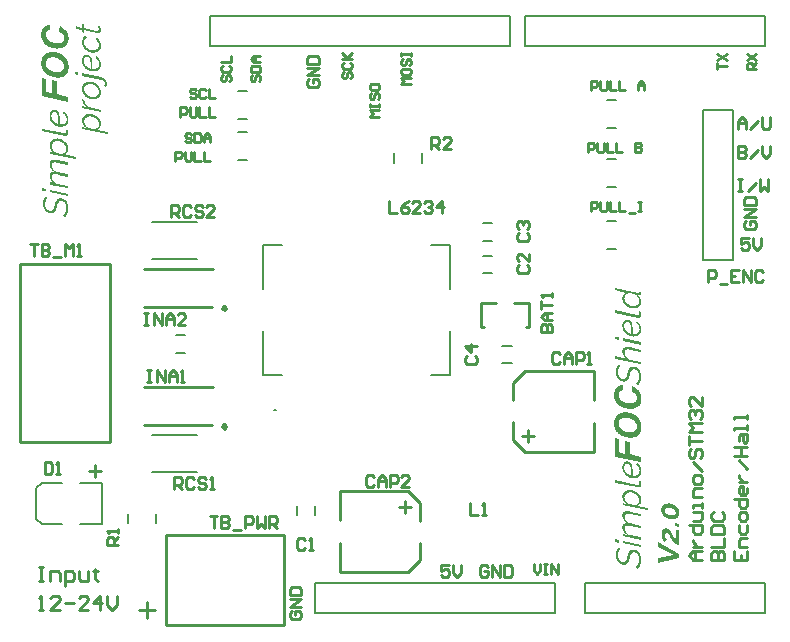
<source format=gto>
G04*
G04 #@! TF.GenerationSoftware,Altium Limited,Altium Designer,18.0.7 (293)*
G04*
G04 Layer_Color=65535*
%FSLAX25Y25*%
%MOIN*%
G70*
G01*
G75*
%ADD10C,0.00787*%
%ADD11C,0.01000*%
%ADD12C,0.00500*%
G36*
X219075Y41371D02*
X219184Y41360D01*
X219282D01*
X219348Y41349D01*
X219402Y41339D01*
X219413D01*
X219741Y41262D01*
X220036Y41175D01*
X220310Y41065D01*
X220539Y40967D01*
X220637Y40912D01*
X220736Y40868D01*
X220812Y40825D01*
X220878Y40792D01*
X220933Y40759D01*
X220965Y40737D01*
X220987Y40726D01*
X220998Y40716D01*
X221239Y40541D01*
X221446Y40344D01*
X221632Y40158D01*
X221785Y39983D01*
X221905Y39830D01*
X221993Y39710D01*
X222015Y39666D01*
X222037Y39633D01*
X222058Y39612D01*
Y39601D01*
X222190Y39360D01*
X222277Y39109D01*
X222343Y38879D01*
X222397Y38661D01*
X222419Y38475D01*
X222430Y38398D01*
Y38333D01*
X222441Y38278D01*
Y38202D01*
X222430Y37994D01*
X222397Y37797D01*
X222354Y37622D01*
X222299Y37458D01*
X222233Y37305D01*
X222168Y37163D01*
X222091Y37032D01*
X222015Y36923D01*
X221938Y36814D01*
X221862Y36726D01*
X221785Y36650D01*
X221730Y36595D01*
X221676Y36551D01*
X221632Y36518D01*
X221610Y36496D01*
X221599Y36486D01*
X221435Y36387D01*
X221271Y36311D01*
X221086Y36245D01*
X220911Y36190D01*
X220725Y36158D01*
X220539Y36125D01*
X220189Y36103D01*
X220036Y36092D01*
X219883D01*
X219752Y36103D01*
X219643Y36114D01*
X219545Y36125D01*
X219468D01*
X219424Y36136D01*
X219413D01*
X219162Y36190D01*
X218932Y36256D01*
X218703Y36332D01*
X218495Y36420D01*
X218309Y36518D01*
X218124Y36606D01*
X217960Y36704D01*
X217807Y36803D01*
X217675Y36890D01*
X217566Y36977D01*
X217457Y37054D01*
X217380Y37119D01*
X217315Y37185D01*
X217260Y37229D01*
X217238Y37251D01*
X217227Y37262D01*
X217074Y37426D01*
X216943Y37600D01*
X216834Y37764D01*
X216736Y37939D01*
X216659Y38114D01*
X216582Y38278D01*
X216528Y38442D01*
X216484Y38595D01*
X216440Y38737D01*
X216419Y38868D01*
X216397Y38989D01*
X216375Y39087D01*
Y39174D01*
X216364Y39229D01*
Y39284D01*
X216375Y39491D01*
X216408Y39677D01*
X216451Y39863D01*
X216506Y40027D01*
X216571Y40180D01*
X216648Y40311D01*
X216724Y40442D01*
X216801Y40551D01*
X216878Y40650D01*
X216954Y40737D01*
X217031Y40814D01*
X217096Y40868D01*
X217151Y40923D01*
X217195Y40956D01*
X217216Y40967D01*
X217227Y40978D01*
X217391Y41076D01*
X217555Y41164D01*
X217741Y41229D01*
X217916Y41284D01*
X218102Y41317D01*
X218287Y41349D01*
X218626Y41371D01*
X218790Y41382D01*
X218943D01*
X219075Y41371D01*
D02*
G37*
G36*
X222354Y34551D02*
Y33458D01*
X220922Y33709D01*
Y34813D01*
X222354Y34551D01*
D02*
G37*
G36*
X218025Y33043D02*
X218091D01*
X218145D01*
X218189Y33032D01*
X218211D01*
X218222D01*
X218386Y32988D01*
X218550Y32944D01*
X218681Y32879D01*
X218801Y32824D01*
X218900Y32758D01*
X218965Y32715D01*
X219020Y32682D01*
X219031Y32671D01*
X219151Y32562D01*
X219260Y32463D01*
X219348Y32354D01*
X219435Y32256D01*
X219501Y32168D01*
X219545Y32103D01*
X219577Y32059D01*
X219588Y32048D01*
X219741Y31797D01*
X219818Y31676D01*
X219872Y31578D01*
X219916Y31490D01*
X219949Y31425D01*
X219971Y31381D01*
X219982Y31370D01*
X220146Y31064D01*
X220222Y30911D01*
X220299Y30780D01*
X220364Y30660D01*
X220419Y30562D01*
X220463Y30507D01*
X220474Y30496D01*
Y30485D01*
X220583Y30321D01*
X220703Y30168D01*
X220812Y30048D01*
X220922Y29939D01*
X221009Y29862D01*
X221086Y29796D01*
X221129Y29764D01*
X221151Y29753D01*
Y32627D01*
X222354Y32420D01*
Y27578D01*
X222037Y27643D01*
X221752Y27720D01*
X221501Y27818D01*
X221282Y27916D01*
X221184Y27960D01*
X221108Y28004D01*
X221031Y28048D01*
X220976Y28080D01*
X220933Y28113D01*
X220900Y28135D01*
X220878Y28157D01*
X220867D01*
X220758Y28244D01*
X220637Y28354D01*
X220430Y28572D01*
X220244Y28813D01*
X220069Y29053D01*
X219938Y29272D01*
X219883Y29359D01*
X219829Y29447D01*
X219796Y29512D01*
X219763Y29567D01*
X219752Y29600D01*
X219741Y29611D01*
X219588Y29928D01*
X219457Y30201D01*
X219337Y30441D01*
X219238Y30638D01*
X219162Y30791D01*
X219096Y30900D01*
X219075Y30933D01*
X219064Y30966D01*
X219053Y30988D01*
X218943Y31152D01*
X218845Y31272D01*
X218736Y31370D01*
X218637Y31447D01*
X218550Y31490D01*
X218484Y31512D01*
X218441Y31534D01*
X218430D01*
X218320Y31545D01*
X218211Y31534D01*
X218124Y31512D01*
X218047Y31480D01*
X217992Y31447D01*
X217938Y31414D01*
X217916Y31392D01*
X217905Y31381D01*
X217839Y31294D01*
X217785Y31195D01*
X217741Y31086D01*
X217719Y30977D01*
X217697Y30878D01*
X217686Y30802D01*
Y30725D01*
X217697Y30551D01*
X217730Y30387D01*
X217763Y30244D01*
X217807Y30113D01*
X217850Y30004D01*
X217894Y29928D01*
X217916Y29884D01*
X217927Y29862D01*
X218014Y29720D01*
X218102Y29600D01*
X218200Y29479D01*
X218277Y29381D01*
X218353Y29294D01*
X218408Y29239D01*
X218451Y29195D01*
X218462Y29184D01*
X217468Y28496D01*
X217358Y28638D01*
X217238Y28802D01*
X217140Y28977D01*
X217041Y29151D01*
X216965Y29305D01*
X216910Y29425D01*
X216888Y29479D01*
X216867Y29512D01*
X216856Y29534D01*
Y29545D01*
X216746Y29818D01*
X216670Y30102D01*
X216604Y30376D01*
X216571Y30627D01*
X216550Y30736D01*
X216539Y30846D01*
X216528Y30944D01*
Y31021D01*
X216517Y31086D01*
Y31174D01*
X216528Y31359D01*
X216539Y31534D01*
X216561Y31698D01*
X216593Y31851D01*
X216637Y31982D01*
X216670Y32103D01*
X216714Y32223D01*
X216757Y32321D01*
X216801Y32409D01*
X216845Y32474D01*
X216888Y32540D01*
X216921Y32594D01*
X216954Y32627D01*
X216976Y32660D01*
X216987Y32682D01*
X216998D01*
X217085Y32769D01*
X217184Y32835D01*
X217282Y32890D01*
X217380Y32944D01*
X217588Y32999D01*
X217785Y33043D01*
X217960Y33053D01*
X218025Y33043D01*
D02*
G37*
G36*
X222354Y24364D02*
Y23195D01*
X215227Y21654D01*
Y23107D01*
X220616Y24091D01*
X215227Y26944D01*
Y28408D01*
X222354Y24364D01*
D02*
G37*
G36*
X12747Y199294D02*
X12734D01*
X12708Y199282D01*
X12670D01*
X12619Y199269D01*
X12491Y199231D01*
X12326Y199167D01*
X12135Y199090D01*
X11956Y198988D01*
X11778Y198874D01*
X11637Y198733D01*
X11625Y198721D01*
X11586Y198657D01*
X11523Y198568D01*
X11459Y198440D01*
X11395Y198287D01*
X11331Y198096D01*
X11293Y197879D01*
X11280Y197637D01*
Y197560D01*
X11293Y197509D01*
X11306Y197369D01*
X11344Y197178D01*
X11395Y196961D01*
X11484Y196732D01*
X11599Y196477D01*
X11752Y196234D01*
Y196222D01*
X11778Y196209D01*
X11841Y196132D01*
X11943Y196005D01*
X12109Y195865D01*
X12300Y195699D01*
X12555Y195520D01*
X12849Y195342D01*
X13193Y195189D01*
X13205D01*
X13231Y195176D01*
X13282Y195151D01*
X13359Y195125D01*
X13448Y195100D01*
X13550Y195074D01*
X13665Y195036D01*
X13792Y194998D01*
X14085Y194934D01*
X14417Y194870D01*
X14774Y194819D01*
X15131Y194806D01*
X15144D01*
X15182D01*
X15233D01*
X15309Y194819D01*
X15399D01*
X15501Y194832D01*
X15730Y194870D01*
X15998Y194934D01*
X16265Y195010D01*
X16533Y195138D01*
X16776Y195304D01*
X16801Y195329D01*
X16865Y195393D01*
X16954Y195508D01*
X17056Y195648D01*
X17171Y195839D01*
X17260Y196056D01*
X17324Y196298D01*
X17336Y196426D01*
X17349Y196566D01*
Y196630D01*
X17336Y196681D01*
X17324Y196821D01*
X17298Y196987D01*
X17234Y197191D01*
X17158Y197407D01*
X17056Y197624D01*
X16903Y197854D01*
Y197866D01*
X16878Y197879D01*
X16814Y197956D01*
X16712Y198058D01*
X16559Y198185D01*
X16367Y198325D01*
X16138Y198478D01*
X15858Y198606D01*
X15539Y198733D01*
X15819Y200569D01*
X15832D01*
X15883Y200544D01*
X15959Y200518D01*
X16061Y200467D01*
X16189Y200404D01*
X16329Y200340D01*
X16495Y200263D01*
X16661Y200161D01*
X17030Y199932D01*
X17400Y199651D01*
X17770Y199333D01*
X17936Y199141D01*
X18089Y198950D01*
X18102Y198937D01*
X18127Y198899D01*
X18165Y198848D01*
X18204Y198759D01*
X18267Y198657D01*
X18331Y198542D01*
X18408Y198389D01*
X18471Y198236D01*
X18548Y198058D01*
X18624Y197866D01*
X18688Y197662D01*
X18739Y197446D01*
X18790Y197216D01*
X18828Y196974D01*
X18854Y196719D01*
X18867Y196451D01*
Y196375D01*
X18854Y196298D01*
Y196183D01*
X18841Y196043D01*
X18815Y195890D01*
X18790Y195712D01*
X18739Y195533D01*
X18688Y195329D01*
X18624Y195125D01*
X18548Y194908D01*
X18459Y194704D01*
X18344Y194488D01*
X18216Y194284D01*
X18063Y194092D01*
X17898Y193914D01*
X17885Y193901D01*
X17846Y193876D01*
X17796Y193825D01*
X17719Y193774D01*
X17617Y193710D01*
X17490Y193633D01*
X17336Y193544D01*
X17171Y193468D01*
X16980Y193378D01*
X16776Y193289D01*
X16533Y193213D01*
X16278Y193149D01*
X16011Y193098D01*
X15705Y193047D01*
X15399Y193021D01*
X15054Y193009D01*
X15042D01*
X14990D01*
X14901D01*
X14799Y193021D01*
X14672D01*
X14506Y193047D01*
X14340Y193060D01*
X14149Y193085D01*
X13945Y193111D01*
X13715Y193162D01*
X13257Y193264D01*
X12772Y193417D01*
X12542Y193506D01*
X12300Y193608D01*
X12288Y193621D01*
X12249Y193633D01*
X12186Y193672D01*
X12096Y193723D01*
X11994Y193786D01*
X11867Y193863D01*
X11739Y193952D01*
X11586Y194054D01*
X11280Y194296D01*
X10961Y194577D01*
X10655Y194921D01*
X10515Y195112D01*
X10388Y195304D01*
X10375Y195316D01*
X10362Y195355D01*
X10324Y195418D01*
X10286Y195495D01*
X10235Y195597D01*
X10171Y195712D01*
X10107Y195852D01*
X10044Y196005D01*
X9992Y196171D01*
X9929Y196362D01*
X9814Y196757D01*
X9738Y197191D01*
X9725Y197420D01*
X9712Y197662D01*
Y197803D01*
X9725Y197905D01*
X9738Y198019D01*
X9750Y198160D01*
X9776Y198325D01*
X9814Y198491D01*
X9903Y198861D01*
X9967Y199052D01*
X10044Y199243D01*
X10133Y199447D01*
X10235Y199626D01*
X10350Y199817D01*
X10490Y199983D01*
X10503Y199996D01*
X10528Y200021D01*
X10566Y200059D01*
X10630Y200123D01*
X10707Y200187D01*
X10796Y200276D01*
X10911Y200353D01*
X11038Y200442D01*
X11178Y200531D01*
X11331Y200620D01*
X11510Y200710D01*
X11688Y200799D01*
X11892Y200875D01*
X12109Y200939D01*
X12338Y200990D01*
X12581Y201028D01*
X12747Y199294D01*
D02*
G37*
G36*
X13690Y191899D02*
X13805Y191887D01*
X13958Y191874D01*
X14124Y191861D01*
X14302Y191836D01*
X14506Y191797D01*
X14723Y191746D01*
X15169Y191632D01*
X15411Y191555D01*
X15654Y191466D01*
X15909Y191364D01*
X16151Y191249D01*
X16164Y191236D01*
X16215Y191224D01*
X16278Y191185D01*
X16367Y191134D01*
X16482Y191058D01*
X16597Y190981D01*
X16737Y190892D01*
X16890Y190777D01*
X17056Y190663D01*
X17222Y190522D01*
X17388Y190382D01*
X17553Y190216D01*
X17872Y189872D01*
X18025Y189668D01*
X18165Y189464D01*
X18178Y189451D01*
X18191Y189413D01*
X18229Y189349D01*
X18280Y189273D01*
X18331Y189158D01*
X18382Y189031D01*
X18446Y188890D01*
X18509Y188725D01*
X18586Y188546D01*
X18650Y188355D01*
X18701Y188138D01*
X18752Y187921D01*
X18841Y187437D01*
X18854Y187195D01*
X18867Y186927D01*
Y186812D01*
X18854Y186723D01*
Y186621D01*
X18841Y186493D01*
X18815Y186353D01*
X18790Y186200D01*
X18726Y185881D01*
X18624Y185524D01*
X18484Y185180D01*
X18408Y185014D01*
X18305Y184849D01*
X18293Y184836D01*
X18280Y184810D01*
X18242Y184772D01*
X18204Y184708D01*
X18089Y184568D01*
X17923Y184390D01*
X17719Y184198D01*
X17477Y184007D01*
X17209Y183829D01*
X16916Y183676D01*
X16903D01*
X16878Y183663D01*
X16839Y183650D01*
X16776Y183625D01*
X16699Y183599D01*
X16610Y183561D01*
X16393Y183510D01*
X16138Y183446D01*
X15858Y183382D01*
X15564Y183344D01*
X15246Y183331D01*
X15233D01*
X15207D01*
X15169D01*
X15105D01*
X15042Y183344D01*
X14952D01*
X14748Y183357D01*
X14493Y183382D01*
X14213Y183433D01*
X13907Y183484D01*
X13588Y183561D01*
X13575D01*
X13537Y183574D01*
X13473Y183599D01*
X13397Y183625D01*
X13295Y183650D01*
X13180Y183688D01*
X13040Y183739D01*
X12900Y183790D01*
X12581Y183918D01*
X12249Y184084D01*
X11905Y184275D01*
X11574Y184492D01*
X11561Y184504D01*
X11535Y184517D01*
X11497Y184555D01*
X11433Y184606D01*
X11357Y184670D01*
X11280Y184747D01*
X11089Y184925D01*
X10872Y185155D01*
X10643Y185422D01*
X10426Y185728D01*
X10222Y186073D01*
Y186085D01*
X10197Y186111D01*
X10171Y186175D01*
X10146Y186238D01*
X10107Y186328D01*
X10056Y186442D01*
X10018Y186570D01*
X9967Y186710D01*
X9916Y186863D01*
X9878Y187029D01*
X9788Y187399D01*
X9738Y187807D01*
X9712Y188253D01*
Y188406D01*
X9725Y188521D01*
X9738Y188661D01*
X9763Y188827D01*
X9801Y189005D01*
X9839Y189196D01*
X9891Y189413D01*
X9954Y189630D01*
X10044Y189847D01*
X10146Y190063D01*
X10260Y190293D01*
X10401Y190497D01*
X10554Y190714D01*
X10732Y190905D01*
X10745Y190918D01*
X10783Y190943D01*
X10834Y190994D01*
X10923Y191058D01*
X11025Y191134D01*
X11140Y191224D01*
X11293Y191313D01*
X11459Y191415D01*
X11637Y191504D01*
X11841Y191593D01*
X12071Y191683D01*
X12313Y191759D01*
X12568Y191823D01*
X12849Y191874D01*
X13142Y191899D01*
X13448Y191912D01*
X13461D01*
X13511D01*
X13588D01*
X13690Y191899D01*
D02*
G37*
G36*
X11357Y182898D02*
Y178537D01*
X13473Y178091D01*
Y182375D01*
X14952Y182069D01*
Y177785D01*
X18701Y176995D01*
Y175197D01*
X9878Y177046D01*
Y183217D01*
X11357Y182898D01*
D02*
G37*
G36*
X24058Y201154D02*
Y199828D01*
X28036Y198974D01*
X28061D01*
X28112Y198961D01*
X28176Y198948D01*
X28240Y198935D01*
X28253D01*
X28278D01*
X28355Y198923D01*
X28367D01*
X28406D01*
X28444Y198935D01*
X28508Y198948D01*
X28635Y198999D01*
X28699Y199037D01*
X28750Y199088D01*
Y199101D01*
X28763Y199114D01*
X28788Y199152D01*
X28801Y199203D01*
X28852Y199331D01*
X28865Y199484D01*
Y199598D01*
X28852Y199675D01*
X28826Y199866D01*
X28763Y200070D01*
Y200083D01*
X28737Y200108D01*
X28724Y200159D01*
X28699Y200210D01*
X28648Y200338D01*
X28622Y200389D01*
X28597Y200427D01*
X29234Y200491D01*
Y200478D01*
X29260Y200465D01*
X29273Y200427D01*
X29311Y200363D01*
X29349Y200287D01*
X29387Y200198D01*
X29426Y200083D01*
X29477Y199943D01*
Y199930D01*
X29489Y199879D01*
X29515Y199802D01*
X29528Y199688D01*
X29553Y199560D01*
X29579Y199420D01*
X29591Y199267D01*
Y199012D01*
X29579Y198935D01*
X29566Y198833D01*
X29540Y198706D01*
X29502Y198591D01*
X29451Y198464D01*
X29387Y198349D01*
X29375Y198336D01*
X29349Y198311D01*
X29298Y198260D01*
X29222Y198209D01*
X29132Y198158D01*
X29018Y198107D01*
X28877Y198081D01*
X28724Y198068D01*
X28699D01*
X28635D01*
X28546Y198081D01*
X28431Y198094D01*
X24058Y199025D01*
Y198221D01*
X23420Y198362D01*
Y199152D01*
X21355Y199598D01*
Y200402D01*
X23420Y199955D01*
Y201294D01*
X24058Y201154D01*
D02*
G37*
G36*
X25014Y196526D02*
X24989D01*
X24938Y196500D01*
X24848Y196462D01*
X24746Y196411D01*
X24632Y196334D01*
X24504Y196245D01*
X24389Y196130D01*
X24287Y196003D01*
X24275Y195990D01*
X24249Y195939D01*
X24198Y195863D01*
X24147Y195748D01*
X24109Y195620D01*
X24058Y195467D01*
X24032Y195302D01*
X24020Y195110D01*
Y195021D01*
X24032Y194919D01*
X24045Y194792D01*
X24083Y194639D01*
X24122Y194473D01*
X24185Y194294D01*
X24262Y194116D01*
X24275Y194090D01*
X24300Y194039D01*
X24351Y193950D01*
X24428Y193835D01*
X24517Y193695D01*
X24619Y193555D01*
X24746Y193415D01*
X24887Y193262D01*
X24899Y193249D01*
X24950Y193198D01*
X25040Y193134D01*
X25154Y193045D01*
X25295Y192956D01*
X25448Y192854D01*
X25626Y192752D01*
X25830Y192662D01*
X25856Y192650D01*
X25919Y192624D01*
X26034Y192599D01*
X26174Y192560D01*
X26340Y192509D01*
X26531Y192484D01*
X26748Y192458D01*
X26965Y192446D01*
X26978D01*
X27041D01*
X27118Y192458D01*
X27220D01*
X27335Y192471D01*
X27475Y192497D01*
X27743Y192560D01*
X27755D01*
X27806Y192586D01*
X27870Y192611D01*
X27959Y192650D01*
X28049Y192688D01*
X28163Y192739D01*
X28380Y192879D01*
X28393Y192892D01*
X28418Y192917D01*
X28469Y192968D01*
X28533Y193019D01*
X28597Y193096D01*
X28673Y193185D01*
X28801Y193389D01*
Y193402D01*
X28826Y193440D01*
X28839Y193504D01*
X28865Y193593D01*
X28890Y193695D01*
X28916Y193810D01*
X28928Y193925D01*
X28941Y194065D01*
Y194167D01*
X28928Y194243D01*
Y194320D01*
X28903Y194422D01*
X28865Y194626D01*
Y194639D01*
X28852Y194677D01*
X28826Y194728D01*
X28814Y194804D01*
X28737Y194983D01*
X28648Y195174D01*
X28635Y195187D01*
X28622Y195225D01*
X28584Y195276D01*
X28546Y195340D01*
X28444Y195493D01*
X28304Y195646D01*
X28291Y195659D01*
X28265Y195684D01*
X28227Y195722D01*
X28176Y195761D01*
X28061Y195863D01*
X27908Y195952D01*
X28138Y196691D01*
X28151Y196679D01*
X28189Y196653D01*
X28253Y196615D01*
X28342Y196564D01*
X28431Y196487D01*
X28533Y196411D01*
X28750Y196207D01*
X28763Y196194D01*
X28788Y196156D01*
X28839Y196092D01*
X28903Y196016D01*
X28979Y195914D01*
X29056Y195799D01*
X29222Y195544D01*
X29234Y195531D01*
X29260Y195480D01*
X29285Y195404D01*
X29336Y195314D01*
X29387Y195200D01*
X29438Y195072D01*
X29528Y194779D01*
Y194766D01*
X29540Y194715D01*
X29566Y194626D01*
X29579Y194524D01*
X29604Y194396D01*
X29630Y194256D01*
X29642Y193950D01*
Y193861D01*
X29630Y193759D01*
X29617Y193619D01*
X29591Y193466D01*
X29553Y193300D01*
X29502Y193134D01*
X29438Y192968D01*
X29426Y192956D01*
X29400Y192892D01*
X29349Y192815D01*
X29298Y192713D01*
X29209Y192599D01*
X29120Y192471D01*
X29018Y192344D01*
X28890Y192229D01*
X28877Y192216D01*
X28826Y192178D01*
X28750Y192127D01*
X28648Y192063D01*
X28533Y191987D01*
X28393Y191923D01*
X28240Y191846D01*
X28074Y191783D01*
X28049D01*
X27998Y191757D01*
X27896Y191732D01*
X27768Y191706D01*
X27615Y191681D01*
X27449Y191655D01*
X27258Y191642D01*
X27067Y191630D01*
X27054D01*
X27029D01*
X26990D01*
X26939D01*
X26799Y191642D01*
X26608Y191668D01*
X26391Y191706D01*
X26162Y191757D01*
X25907Y191821D01*
X25652Y191923D01*
X25639D01*
X25626Y191936D01*
X25588Y191948D01*
X25537Y191974D01*
X25409Y192038D01*
X25244Y192127D01*
X25065Y192242D01*
X24861Y192382D01*
X24657Y192535D01*
X24453Y192713D01*
X24428Y192739D01*
X24364Y192803D01*
X24275Y192905D01*
X24147Y193045D01*
X24020Y193211D01*
X23879Y193415D01*
X23752Y193631D01*
X23624Y193874D01*
Y193886D01*
X23612Y193899D01*
X23599Y193937D01*
X23573Y193988D01*
X23522Y194129D01*
X23471Y194294D01*
X23420Y194511D01*
X23369Y194753D01*
X23331Y195008D01*
X23318Y195289D01*
Y195429D01*
X23331Y195493D01*
X23344Y195582D01*
X23369Y195773D01*
X23420Y195990D01*
X23484Y196220D01*
X23586Y196436D01*
X23714Y196653D01*
X23726Y196679D01*
X23790Y196742D01*
X23879Y196832D01*
X23994Y196946D01*
X24147Y197061D01*
X24326Y197176D01*
X24530Y197265D01*
X24772Y197342D01*
X25014Y196526D01*
D02*
G37*
G36*
X25116Y190979D02*
X25193Y190967D01*
X25269Y190954D01*
X25473Y190890D01*
X25690Y190801D01*
X25805Y190737D01*
X25919Y190648D01*
X26034Y190559D01*
X26136Y190457D01*
X26238Y190329D01*
X26327Y190189D01*
Y190176D01*
X26340Y190151D01*
X26366Y190100D01*
X26391Y190036D01*
X26429Y189959D01*
X26468Y189857D01*
X26506Y189730D01*
X26544Y189590D01*
X26595Y189424D01*
X26633Y189245D01*
X26672Y189041D01*
X26697Y188812D01*
X26735Y188570D01*
X26748Y188315D01*
X26774Y188034D01*
Y187295D01*
X26761Y187027D01*
Y186887D01*
X26748Y186785D01*
Y186657D01*
X26735Y186517D01*
Y186364D01*
X26723Y186198D01*
X26735D01*
X26774Y186185D01*
X26837D01*
X26901Y186173D01*
X26914D01*
X26952D01*
X27003D01*
X27054D01*
X27067D01*
X27118D01*
X27207D01*
X27296Y186185D01*
X27424Y186198D01*
X27551Y186211D01*
X27819Y186275D01*
X27832D01*
X27883Y186300D01*
X27947Y186326D01*
X28036Y186364D01*
X28125Y186402D01*
X28240Y186453D01*
X28457Y186593D01*
X28469Y186606D01*
X28495Y186632D01*
X28546Y186683D01*
X28610Y186746D01*
X28673Y186823D01*
X28750Y186912D01*
X28890Y187116D01*
Y187129D01*
X28916Y187167D01*
X28941Y187244D01*
X28967Y187333D01*
X28992Y187435D01*
X29018Y187562D01*
X29030Y187703D01*
X29043Y187856D01*
Y187970D01*
X29030Y188034D01*
Y188123D01*
X29005Y188225D01*
X28967Y188442D01*
Y188455D01*
X28954Y188493D01*
X28928Y188544D01*
X28903Y188621D01*
X28826Y188799D01*
X28737Y188990D01*
X28724Y189003D01*
X28712Y189041D01*
X28673Y189092D01*
X28635Y189156D01*
X28520Y189309D01*
X28380Y189475D01*
X28367Y189488D01*
X28342Y189513D01*
X28304Y189551D01*
X28240Y189615D01*
X28087Y189730D01*
X27908Y189857D01*
X28100Y190508D01*
X28112Y190495D01*
X28163Y190469D01*
X28227Y190431D01*
X28304Y190367D01*
X28406Y190291D01*
X28508Y190202D01*
X28737Y189998D01*
X28750Y189985D01*
X28788Y189947D01*
X28839Y189883D01*
X28903Y189794D01*
X28979Y189704D01*
X29056Y189590D01*
X29222Y189322D01*
X29234Y189309D01*
X29260Y189258D01*
X29285Y189182D01*
X29336Y189092D01*
X29387Y188965D01*
X29438Y188837D01*
X29528Y188544D01*
Y188531D01*
X29540Y188480D01*
X29566Y188391D01*
X29579Y188289D01*
X29604Y188174D01*
X29630Y188034D01*
X29642Y187715D01*
Y187626D01*
X29630Y187511D01*
X29617Y187384D01*
X29591Y187218D01*
X29566Y187052D01*
X29515Y186874D01*
X29451Y186708D01*
X29438Y186695D01*
X29413Y186632D01*
X29362Y186555D01*
X29311Y186453D01*
X29222Y186338D01*
X29132Y186211D01*
X29030Y186083D01*
X28903Y185969D01*
X28890Y185956D01*
X28839Y185918D01*
X28763Y185867D01*
X28661Y185803D01*
X28546Y185726D01*
X28406Y185663D01*
X28253Y185586D01*
X28087Y185522D01*
X28061D01*
X28010Y185497D01*
X27908Y185471D01*
X27781Y185446D01*
X27628Y185420D01*
X27462Y185395D01*
X27271Y185382D01*
X27067Y185369D01*
X27054D01*
X27029D01*
X26990D01*
X26939D01*
X26799Y185382D01*
X26621Y185408D01*
X26404Y185433D01*
X26174Y185484D01*
X25919Y185561D01*
X25664Y185650D01*
X25652D01*
X25639Y185663D01*
X25601Y185675D01*
X25550Y185701D01*
X25422Y185765D01*
X25256Y185854D01*
X25078Y185956D01*
X24874Y186096D01*
X24670Y186249D01*
X24479Y186415D01*
X24453Y186440D01*
X24389Y186504D01*
X24300Y186606D01*
X24173Y186746D01*
X24045Y186925D01*
X23905Y187116D01*
X23765Y187346D01*
X23637Y187588D01*
Y187601D01*
X23624Y187613D01*
X23612Y187652D01*
X23586Y187703D01*
X23535Y187843D01*
X23471Y188021D01*
X23420Y188238D01*
X23369Y188480D01*
X23331Y188761D01*
X23318Y189041D01*
Y189194D01*
X23331Y189296D01*
X23344Y189411D01*
X23357Y189539D01*
X23420Y189806D01*
Y189819D01*
X23433Y189870D01*
X23459Y189934D01*
X23497Y190023D01*
X23599Y190214D01*
X23739Y190418D01*
X23752Y190431D01*
X23777Y190469D01*
X23816Y190508D01*
X23879Y190571D01*
X23956Y190635D01*
X24045Y190712D01*
X24249Y190839D01*
X24262Y190852D01*
X24300Y190865D01*
X24364Y190890D01*
X24453Y190916D01*
X24555Y190941D01*
X24683Y190967D01*
X24810Y190992D01*
X24963D01*
X24976D01*
X25001D01*
X25052D01*
X25116Y190979D01*
D02*
G37*
G36*
X22145Y185025D02*
Y184235D01*
X20972Y184490D01*
Y185280D01*
X22145Y185025D01*
D02*
G37*
G36*
X29795Y183406D02*
X29808D01*
X29859Y183393D01*
X29936Y183368D01*
X30038Y183329D01*
X30152Y183291D01*
X30280Y183240D01*
X30535Y183100D01*
X30548Y183087D01*
X30586Y183062D01*
X30662Y183011D01*
X30739Y182960D01*
X30828Y182883D01*
X30930Y182794D01*
X31121Y182603D01*
X31134Y182590D01*
X31160Y182552D01*
X31211Y182501D01*
X31262Y182424D01*
X31325Y182322D01*
X31389Y182220D01*
X31504Y181978D01*
Y181965D01*
X31529Y181914D01*
X31542Y181850D01*
X31568Y181761D01*
X31593Y181659D01*
X31619Y181544D01*
X31631Y181417D01*
X31644Y181302D01*
Y181238D01*
X31631Y181162D01*
Y181073D01*
X31619Y180971D01*
X31593Y180856D01*
X31529Y180614D01*
Y180601D01*
X31504Y180563D01*
X31478Y180512D01*
X31453Y180435D01*
X31338Y180269D01*
X31274Y180193D01*
X31185Y180116D01*
X30650Y180614D01*
X30662D01*
X30675Y180639D01*
X30739Y180703D01*
X30815Y180818D01*
X30866Y180958D01*
Y180971D01*
X30879Y180996D01*
X30892Y181034D01*
Y181085D01*
X30917Y181213D01*
X30930Y181366D01*
Y181442D01*
X30917Y181493D01*
X30892Y181608D01*
X30841Y181761D01*
Y181774D01*
X30828Y181799D01*
X30803Y181838D01*
X30777Y181876D01*
X30713Y182003D01*
X30611Y182131D01*
X30599Y182144D01*
X30586Y182156D01*
X30509Y182233D01*
X30407Y182335D01*
X30267Y182437D01*
X30254D01*
X30229Y182462D01*
X30191Y182475D01*
X30140Y182501D01*
X29999Y182552D01*
X29834Y182603D01*
X23420Y183967D01*
Y184770D01*
X29795Y183406D01*
D02*
G37*
G36*
X26149Y181991D02*
X26327Y181965D01*
X26544Y181927D01*
X26786Y181876D01*
X27041Y181799D01*
X27296Y181697D01*
X27309D01*
X27322Y181685D01*
X27360Y181672D01*
X27411Y181646D01*
X27539Y181583D01*
X27704Y181493D01*
X27883Y181379D01*
X28087Y181238D01*
X28291Y181085D01*
X28495Y180907D01*
X28520Y180881D01*
X28584Y180818D01*
X28673Y180716D01*
X28801Y180575D01*
X28928Y180410D01*
X29069Y180206D01*
X29209Y179989D01*
X29336Y179747D01*
Y179734D01*
X29349Y179721D01*
X29362Y179683D01*
X29387Y179632D01*
X29438Y179504D01*
X29489Y179326D01*
X29540Y179122D01*
X29591Y178880D01*
X29630Y178625D01*
X29642Y178357D01*
Y178268D01*
X29630Y178166D01*
X29617Y178038D01*
X29591Y177885D01*
X29553Y177719D01*
X29502Y177554D01*
X29438Y177388D01*
X29426Y177375D01*
X29400Y177311D01*
X29349Y177235D01*
X29298Y177133D01*
X29209Y177018D01*
X29120Y176903D01*
X29018Y176776D01*
X28890Y176661D01*
X28877Y176648D01*
X28826Y176610D01*
X28763Y176559D01*
X28661Y176495D01*
X28546Y176419D01*
X28406Y176355D01*
X28253Y176279D01*
X28087Y176215D01*
X28061D01*
X28010Y176189D01*
X27908Y176164D01*
X27794Y176138D01*
X27641Y176113D01*
X27475Y176087D01*
X27284Y176075D01*
X27092Y176062D01*
X27080D01*
X27054D01*
X27016D01*
X26965D01*
X26825Y176075D01*
X26633Y176100D01*
X26417Y176138D01*
X26187Y176189D01*
X25932Y176253D01*
X25677Y176355D01*
X25664D01*
X25652Y176368D01*
X25613Y176393D01*
X25562Y176406D01*
X25435Y176483D01*
X25269Y176572D01*
X25078Y176687D01*
X24887Y176827D01*
X24670Y176980D01*
X24479Y177158D01*
X24453Y177184D01*
X24389Y177248D01*
X24300Y177350D01*
X24173Y177490D01*
X24045Y177668D01*
X23905Y177860D01*
X23765Y178076D01*
X23637Y178319D01*
Y178331D01*
X23624Y178344D01*
X23612Y178382D01*
X23586Y178433D01*
X23535Y178561D01*
X23471Y178739D01*
X23420Y178943D01*
X23369Y179186D01*
X23331Y179441D01*
X23318Y179708D01*
Y179798D01*
X23331Y179900D01*
X23344Y180027D01*
X23369Y180180D01*
X23408Y180333D01*
X23459Y180499D01*
X23522Y180665D01*
X23535Y180677D01*
X23561Y180741D01*
X23599Y180818D01*
X23663Y180907D01*
X23739Y181022D01*
X23841Y181149D01*
X23943Y181264D01*
X24071Y181379D01*
X24083Y181391D01*
X24134Y181430D01*
X24198Y181481D01*
X24300Y181557D01*
X24415Y181621D01*
X24555Y181697D01*
X24721Y181774D01*
X24887Y181838D01*
X24912Y181850D01*
X24963Y181863D01*
X25065Y181889D01*
X25193Y181927D01*
X25333Y181952D01*
X25499Y181978D01*
X25690Y181991D01*
X25881Y182003D01*
X25894D01*
X25919D01*
X25958D01*
X26009D01*
X26149Y181991D01*
D02*
G37*
G36*
X24122Y175922D02*
Y175845D01*
X24134Y175794D01*
Y175730D01*
X24147Y175641D01*
X24185Y175463D01*
X24236Y175233D01*
X24326Y174991D01*
X24428Y174749D01*
X24568Y174494D01*
Y174481D01*
X24581Y174468D01*
X24644Y174392D01*
X24734Y174264D01*
X24874Y174124D01*
X25040Y173958D01*
X25231Y173780D01*
X25460Y173601D01*
X25728Y173448D01*
X29528Y172645D01*
Y171854D01*
X23420Y173142D01*
Y173894D01*
X24872Y173579D01*
X24874Y173576D01*
X24887D01*
X24872Y173579D01*
X24861Y173601D01*
X24823Y173627D01*
X24772Y173652D01*
X24657Y173754D01*
X24504Y173882D01*
X24338Y174035D01*
X24160Y174200D01*
X23981Y174404D01*
X23828Y174608D01*
Y174621D01*
X23816Y174634D01*
X23765Y174710D01*
X23701Y174825D01*
X23624Y174978D01*
X23548Y175157D01*
X23484Y175361D01*
X23433Y175577D01*
X23408Y175794D01*
Y175845D01*
X23420Y175947D01*
Y175985D01*
X23433Y176075D01*
X24122Y175922D01*
D02*
G37*
G36*
X26149Y171230D02*
X26327Y171204D01*
X26531Y171179D01*
X26774Y171128D01*
X27029Y171064D01*
X27284Y170975D01*
X27296D01*
X27309Y170962D01*
X27347Y170949D01*
X27398Y170924D01*
X27526Y170860D01*
X27692Y170783D01*
X27870Y170681D01*
X28074Y170554D01*
X28291Y170401D01*
X28495Y170235D01*
X28520Y170210D01*
X28584Y170159D01*
X28673Y170057D01*
X28801Y169929D01*
X28928Y169763D01*
X29069Y169585D01*
X29209Y169381D01*
X29336Y169151D01*
Y169139D01*
X29349Y169126D01*
X29387Y169049D01*
X29438Y168922D01*
X29489Y168756D01*
X29540Y168565D01*
X29591Y168348D01*
X29630Y168119D01*
X29642Y167864D01*
Y167787D01*
X29630Y167736D01*
X29617Y167609D01*
X29591Y167430D01*
X29553Y167239D01*
X29477Y167035D01*
X29387Y166831D01*
X29260Y166640D01*
X29247Y166614D01*
X29183Y166563D01*
X29107Y166474D01*
X28992Y166385D01*
X28839Y166270D01*
X28673Y166155D01*
X28482Y166053D01*
X28265Y165964D01*
X32014Y165161D01*
Y164370D01*
X23420Y166193D01*
Y166895D01*
X24592Y166655D01*
X24581Y166678D01*
X24504Y166742D01*
X24402Y166831D01*
X24275Y166971D01*
X24122Y167137D01*
X23969Y167315D01*
X23816Y167532D01*
X23675Y167762D01*
Y167774D01*
X23663Y167787D01*
X23637Y167825D01*
X23624Y167876D01*
X23561Y168004D01*
X23497Y168170D01*
X23433Y168374D01*
X23369Y168590D01*
X23331Y168833D01*
X23318Y169075D01*
Y169164D01*
X23331Y169253D01*
X23344Y169381D01*
X23369Y169521D01*
X23408Y169674D01*
X23459Y169827D01*
X23535Y169980D01*
X23548Y169993D01*
X23573Y170044D01*
X23624Y170120D01*
X23675Y170222D01*
X23765Y170324D01*
X23854Y170439D01*
X23969Y170554D01*
X24096Y170669D01*
X24109Y170681D01*
X24160Y170720D01*
X24224Y170771D01*
X24326Y170822D01*
X24440Y170898D01*
X24581Y170962D01*
X24746Y171026D01*
X24912Y171089D01*
X24938Y171102D01*
X24989Y171115D01*
X25091Y171140D01*
X25205Y171166D01*
X25358Y171191D01*
X25524Y171217D01*
X25703Y171242D01*
X25881D01*
X25894D01*
X25907D01*
X25945D01*
X26009D01*
X26149Y171230D01*
D02*
G37*
G36*
X14289Y172537D02*
X14366Y172524D01*
X14442Y172511D01*
X14646Y172447D01*
X14863Y172358D01*
X14978Y172294D01*
X15092Y172205D01*
X15207Y172116D01*
X15309Y172014D01*
X15411Y171886D01*
X15501Y171746D01*
Y171733D01*
X15513Y171708D01*
X15539Y171657D01*
X15564Y171593D01*
X15603Y171517D01*
X15641Y171414D01*
X15679Y171287D01*
X15717Y171147D01*
X15768Y170981D01*
X15807Y170802D01*
X15845Y170598D01*
X15870Y170369D01*
X15909Y170127D01*
X15921Y169872D01*
X15947Y169591D01*
Y168852D01*
X15934Y168584D01*
Y168444D01*
X15921Y168342D01*
Y168214D01*
X15909Y168074D01*
Y167921D01*
X15896Y167755D01*
X15909D01*
X15947Y167743D01*
X16011D01*
X16074Y167730D01*
X16087D01*
X16125D01*
X16176D01*
X16227D01*
X16240D01*
X16291D01*
X16380D01*
X16470Y167743D01*
X16597Y167755D01*
X16725Y167768D01*
X16992Y167832D01*
X17005D01*
X17056Y167857D01*
X17120Y167883D01*
X17209Y167921D01*
X17298Y167959D01*
X17413Y168010D01*
X17630Y168150D01*
X17642Y168163D01*
X17668Y168189D01*
X17719Y168240D01*
X17783Y168304D01*
X17846Y168380D01*
X17923Y168469D01*
X18063Y168673D01*
Y168686D01*
X18089Y168724D01*
X18114Y168801D01*
X18140Y168890D01*
X18165Y168992D01*
X18191Y169120D01*
X18204Y169260D01*
X18216Y169413D01*
Y169527D01*
X18204Y169591D01*
Y169681D01*
X18178Y169782D01*
X18140Y169999D01*
Y170012D01*
X18127Y170050D01*
X18102Y170101D01*
X18076Y170178D01*
X18000Y170356D01*
X17910Y170547D01*
X17898Y170560D01*
X17885Y170598D01*
X17846Y170650D01*
X17808Y170713D01*
X17694Y170866D01*
X17553Y171032D01*
X17540Y171045D01*
X17515Y171070D01*
X17477Y171108D01*
X17413Y171172D01*
X17260Y171287D01*
X17082Y171414D01*
X17273Y172065D01*
X17286Y172052D01*
X17336Y172027D01*
X17400Y171988D01*
X17477Y171924D01*
X17579Y171848D01*
X17681Y171759D01*
X17910Y171555D01*
X17923Y171542D01*
X17961Y171504D01*
X18012Y171440D01*
X18076Y171351D01*
X18153Y171262D01*
X18229Y171147D01*
X18395Y170879D01*
X18408Y170866D01*
X18433Y170815D01*
X18459Y170739D01*
X18509Y170650D01*
X18561Y170522D01*
X18611Y170395D01*
X18701Y170101D01*
Y170089D01*
X18714Y170037D01*
X18739Y169948D01*
X18752Y169846D01*
X18777Y169731D01*
X18803Y169591D01*
X18815Y169272D01*
Y169183D01*
X18803Y169069D01*
X18790Y168941D01*
X18765Y168775D01*
X18739Y168609D01*
X18688Y168431D01*
X18624Y168265D01*
X18611Y168253D01*
X18586Y168189D01*
X18535Y168112D01*
X18484Y168010D01*
X18395Y167895D01*
X18305Y167768D01*
X18204Y167640D01*
X18076Y167526D01*
X18063Y167513D01*
X18012Y167475D01*
X17936Y167424D01*
X17834Y167360D01*
X17719Y167283D01*
X17579Y167220D01*
X17426Y167143D01*
X17260Y167079D01*
X17234D01*
X17184Y167054D01*
X17082Y167028D01*
X16954Y167003D01*
X16801Y166978D01*
X16635Y166952D01*
X16444Y166939D01*
X16240Y166927D01*
X16227D01*
X16202D01*
X16164D01*
X16113D01*
X15972Y166939D01*
X15794Y166965D01*
X15577Y166990D01*
X15348Y167041D01*
X15092Y167118D01*
X14838Y167207D01*
X14825D01*
X14812Y167220D01*
X14774Y167233D01*
X14723Y167258D01*
X14595Y167322D01*
X14430Y167411D01*
X14251Y167513D01*
X14047Y167653D01*
X13843Y167806D01*
X13652Y167972D01*
X13626Y167998D01*
X13563Y168061D01*
X13473Y168163D01*
X13346Y168304D01*
X13218Y168482D01*
X13078Y168673D01*
X12938Y168903D01*
X12810Y169145D01*
Y169158D01*
X12798Y169170D01*
X12785Y169209D01*
X12759Y169260D01*
X12708Y169400D01*
X12644Y169579D01*
X12594Y169795D01*
X12542Y170037D01*
X12504Y170318D01*
X12491Y170598D01*
Y170752D01*
X12504Y170853D01*
X12517Y170968D01*
X12530Y171096D01*
X12594Y171363D01*
Y171376D01*
X12606Y171427D01*
X12632Y171491D01*
X12670Y171580D01*
X12772Y171772D01*
X12912Y171976D01*
X12925Y171988D01*
X12951Y172027D01*
X12989Y172065D01*
X13052Y172128D01*
X13129Y172192D01*
X13218Y172269D01*
X13422Y172396D01*
X13435Y172409D01*
X13473Y172422D01*
X13537Y172447D01*
X13626Y172473D01*
X13728Y172498D01*
X13856Y172524D01*
X13983Y172549D01*
X14136D01*
X14149D01*
X14175D01*
X14226D01*
X14289Y172537D01*
D02*
G37*
G36*
X17324Y164746D02*
X17336D01*
X17362Y164734D01*
X17439Y164721D01*
X17464D01*
X17528D01*
X17553D01*
X17604Y164734D01*
X17694Y164746D01*
X17783Y164797D01*
X17885Y164861D01*
X17974Y164963D01*
X18025Y165103D01*
X18051Y165180D01*
Y165371D01*
X18038Y165460D01*
X18012Y165575D01*
Y165588D01*
X18000Y165601D01*
X17987Y165690D01*
X17961Y165792D01*
X17923Y165919D01*
X18561Y165894D01*
Y165881D01*
X18573Y165856D01*
X18599Y165805D01*
X18611Y165741D01*
X18637Y165652D01*
X18663Y165562D01*
X18714Y165333D01*
Y165320D01*
X18726Y165282D01*
Y165218D01*
X18739Y165141D01*
X18752Y164963D01*
X18765Y164785D01*
Y164708D01*
X18752Y164631D01*
X18739Y164542D01*
X18714Y164427D01*
X18675Y164313D01*
X18624Y164198D01*
X18548Y164096D01*
X18535Y164083D01*
X18509Y164058D01*
X18459Y164020D01*
X18382Y163981D01*
X18305Y163930D01*
X18191Y163892D01*
X18063Y163866D01*
X17923Y163854D01*
X17910D01*
X17872D01*
X17821D01*
X17770Y163866D01*
X17757D01*
X17719Y163879D01*
X17655Y163892D01*
X17592Y163905D01*
X10146Y165473D01*
Y166276D01*
X17324Y164746D01*
D02*
G37*
G36*
X15322Y163012D02*
X15501Y162987D01*
X15705Y162961D01*
X15947Y162910D01*
X16202Y162847D01*
X16457Y162757D01*
X16470D01*
X16482Y162744D01*
X16521Y162732D01*
X16571Y162706D01*
X16699Y162643D01*
X16865Y162566D01*
X17043Y162464D01*
X17247Y162337D01*
X17464Y162183D01*
X17668Y162018D01*
X17694Y161992D01*
X17757Y161941D01*
X17846Y161839D01*
X17974Y161712D01*
X18102Y161546D01*
X18242Y161367D01*
X18382Y161163D01*
X18509Y160934D01*
Y160921D01*
X18522Y160908D01*
X18561Y160832D01*
X18611Y160705D01*
X18663Y160539D01*
X18714Y160347D01*
X18765Y160131D01*
X18803Y159901D01*
X18815Y159646D01*
Y159570D01*
X18803Y159519D01*
X18790Y159391D01*
X18765Y159213D01*
X18726Y159021D01*
X18650Y158818D01*
X18561Y158614D01*
X18433Y158422D01*
X18420Y158397D01*
X18357Y158346D01*
X18280Y158256D01*
X18165Y158167D01*
X18012Y158053D01*
X17846Y157938D01*
X17655Y157836D01*
X17439Y157747D01*
X21187Y156943D01*
Y156153D01*
X12594Y157976D01*
Y158677D01*
X13765Y158438D01*
X13754Y158460D01*
X13677Y158524D01*
X13575Y158614D01*
X13448Y158754D01*
X13295Y158920D01*
X13142Y159098D01*
X12989Y159315D01*
X12849Y159544D01*
Y159557D01*
X12836Y159570D01*
X12810Y159608D01*
X12798Y159659D01*
X12734Y159786D01*
X12670Y159952D01*
X12606Y160156D01*
X12542Y160373D01*
X12504Y160615D01*
X12491Y160857D01*
Y160947D01*
X12504Y161036D01*
X12517Y161163D01*
X12542Y161304D01*
X12581Y161457D01*
X12632Y161610D01*
X12708Y161763D01*
X12721Y161776D01*
X12747Y161827D01*
X12798Y161903D01*
X12849Y162005D01*
X12938Y162107D01*
X13027Y162222D01*
X13142Y162337D01*
X13269Y162451D01*
X13282Y162464D01*
X13333Y162502D01*
X13397Y162553D01*
X13499Y162604D01*
X13614Y162681D01*
X13754Y162744D01*
X13920Y162808D01*
X14085Y162872D01*
X14111Y162885D01*
X14162Y162898D01*
X14264Y162923D01*
X14379Y162949D01*
X14532Y162974D01*
X14697Y162999D01*
X14876Y163025D01*
X15054D01*
X15067D01*
X15080D01*
X15118D01*
X15182D01*
X15322Y163012D01*
D02*
G37*
G36*
X14187Y155923D02*
X14327D01*
X14493Y155898D01*
X14684Y155872D01*
X14901Y155847D01*
X15131Y155796D01*
X18701Y155031D01*
Y154227D01*
X15296Y154941D01*
X15284D01*
X15246Y154954D01*
X15195Y154967D01*
X15131Y154980D01*
X14965Y155005D01*
X14786Y155031D01*
X14774D01*
X14748Y155043D01*
X14697D01*
X14634Y155056D01*
X14493Y155069D01*
X14340D01*
X14327D01*
X14289D01*
X14238D01*
X14162Y155056D01*
X14085Y155043D01*
X13983Y155018D01*
X13779Y154954D01*
X13677Y154903D01*
X13575Y154840D01*
X13473Y154763D01*
X13397Y154674D01*
X13320Y154572D01*
X13269Y154444D01*
X13231Y154304D01*
X13218Y154138D01*
Y154011D01*
X13231Y153934D01*
X13244Y153832D01*
X13269Y153718D01*
X13346Y153475D01*
Y153463D01*
X13371Y153424D01*
X13397Y153360D01*
X13435Y153284D01*
X13486Y153182D01*
X13550Y153080D01*
X13715Y152863D01*
X13728Y152850D01*
X13754Y152812D01*
X13805Y152761D01*
X13869Y152685D01*
X13958Y152595D01*
X14047Y152506D01*
X14277Y152315D01*
X14289Y152302D01*
X14327Y152277D01*
X14391Y152226D01*
X14480Y152175D01*
X14583Y152098D01*
X14710Y152034D01*
X14978Y151882D01*
X18701Y151104D01*
Y150301D01*
X15296Y151014D01*
X15284D01*
X15246Y151027D01*
X15195Y151040D01*
X15118Y151053D01*
X14952Y151078D01*
X14761Y151104D01*
X14748D01*
X14723Y151117D01*
X14672D01*
X14608Y151129D01*
X14468Y151142D01*
X14315D01*
X14302D01*
X14264D01*
X14213D01*
X14149Y151129D01*
X14060Y151117D01*
X13971Y151091D01*
X13767Y151027D01*
X13665Y150976D01*
X13563Y150912D01*
X13473Y150849D01*
X13384Y150759D01*
X13320Y150645D01*
X13269Y150530D01*
X13231Y150390D01*
X13218Y150224D01*
Y150160D01*
X13231Y150109D01*
X13244Y149982D01*
X13282Y149816D01*
X13333Y149625D01*
X13422Y149408D01*
X13537Y149179D01*
X13703Y148949D01*
Y148936D01*
X13728Y148924D01*
X13792Y148847D01*
X13894Y148732D01*
X14034Y148592D01*
X14213Y148439D01*
X14430Y148273D01*
X14684Y148108D01*
X14965Y147954D01*
X18701Y147164D01*
Y146373D01*
X12594Y147661D01*
Y148401D01*
X13969Y148098D01*
X13971Y148095D01*
X13983D01*
X13969Y148098D01*
X13958Y148120D01*
X13920Y148146D01*
X13869Y148184D01*
X13741Y148286D01*
X13588Y148426D01*
X13409Y148592D01*
X13218Y148796D01*
X13052Y149013D01*
X12887Y149255D01*
Y149268D01*
X12874Y149281D01*
X12849Y149319D01*
X12823Y149370D01*
X12759Y149497D01*
X12683Y149676D01*
X12619Y149880D01*
X12555Y150109D01*
X12504Y150352D01*
X12491Y150607D01*
Y150721D01*
X12517Y150849D01*
X12542Y151002D01*
X12594Y151168D01*
X12670Y151346D01*
X12772Y151512D01*
X12912Y151652D01*
X12925Y151665D01*
X12989Y151703D01*
X13078Y151767D01*
X13205Y151830D01*
X13371Y151882D01*
X13575Y151945D01*
X13817Y151983D01*
X14085Y151996D01*
X14073Y152009D01*
X14047Y152022D01*
X14009Y152047D01*
X13958Y152085D01*
X13817Y152200D01*
X13639Y152340D01*
X13448Y152519D01*
X13257Y152723D01*
X13065Y152953D01*
X12900Y153195D01*
Y153208D01*
X12887Y153220D01*
X12861Y153259D01*
X12836Y153310D01*
X12772Y153450D01*
X12696Y153615D01*
X12619Y153832D01*
X12555Y154062D01*
X12504Y154317D01*
X12491Y154572D01*
Y154686D01*
X12517Y154827D01*
X12542Y154980D01*
X12594Y155158D01*
X12657Y155324D01*
X12759Y155490D01*
X12887Y155617D01*
X12900Y155630D01*
X12963Y155668D01*
X13052Y155719D01*
X13167Y155783D01*
X13333Y155834D01*
X13524Y155885D01*
X13741Y155923D01*
X13996Y155936D01*
X14021D01*
X14085D01*
X14187Y155923D01*
D02*
G37*
G36*
X11319Y146246D02*
Y145443D01*
X10146Y145685D01*
Y146488D01*
X11319Y146246D01*
D02*
G37*
G36*
X18701Y144665D02*
Y143875D01*
X12594Y145162D01*
Y145966D01*
X18701Y144665D01*
D02*
G37*
G36*
X11943Y143263D02*
X11930Y143250D01*
X11880Y143224D01*
X11803Y143160D01*
X11714Y143084D01*
X11599Y142982D01*
X11497Y142854D01*
X11395Y142689D01*
X11293Y142510D01*
X11280Y142485D01*
X11255Y142421D01*
X11216Y142306D01*
X11166Y142166D01*
X11127Y141988D01*
X11089Y141783D01*
X11063Y141554D01*
X11051Y141299D01*
Y141197D01*
X11063Y141082D01*
Y140942D01*
X11089Y140776D01*
X11114Y140598D01*
X11140Y140419D01*
X11191Y140241D01*
Y140228D01*
X11216Y140164D01*
X11242Y140088D01*
X11293Y139986D01*
X11344Y139871D01*
X11408Y139756D01*
X11484Y139629D01*
X11574Y139514D01*
X11586Y139501D01*
X11612Y139463D01*
X11663Y139412D01*
X11739Y139361D01*
X11829Y139285D01*
X11918Y139221D01*
X12033Y139157D01*
X12160Y139093D01*
X12173D01*
X12211Y139068D01*
X12288Y139055D01*
X12377Y139030D01*
X12479Y139004D01*
X12606Y138991D01*
X12874Y138966D01*
X12887D01*
X12925D01*
X12976Y138979D01*
X13040D01*
X13193Y139017D01*
X13359Y139081D01*
X13371D01*
X13397Y139106D01*
X13435Y139131D01*
X13473Y139170D01*
X13601Y139272D01*
X13715Y139425D01*
Y139437D01*
X13741Y139463D01*
X13767Y139514D01*
X13805Y139591D01*
X13843Y139680D01*
X13881Y139769D01*
X13932Y139884D01*
X13971Y140011D01*
Y140024D01*
X13983Y140075D01*
X14009Y140152D01*
X14034Y140253D01*
X14073Y140368D01*
X14111Y140508D01*
X14149Y140674D01*
X14187Y140840D01*
Y140866D01*
X14213Y140929D01*
X14238Y141018D01*
X14264Y141146D01*
X14315Y141286D01*
X14353Y141452D01*
X14468Y141771D01*
Y141783D01*
X14493Y141847D01*
X14519Y141924D01*
X14570Y142013D01*
X14621Y142128D01*
X14672Y142255D01*
X14825Y142485D01*
X14838Y142498D01*
X14863Y142536D01*
X14914Y142587D01*
X14965Y142663D01*
X15042Y142740D01*
X15131Y142816D01*
X15233Y142893D01*
X15348Y142956D01*
X15360Y142969D01*
X15399Y142982D01*
X15462Y143008D01*
X15552Y143046D01*
X15666Y143071D01*
X15794Y143097D01*
X15934Y143110D01*
X16087Y143122D01*
X16100D01*
X16113D01*
X16151D01*
X16202D01*
X16329Y143110D01*
X16482Y143084D01*
X16674Y143059D01*
X16878Y143008D01*
X17069Y142944D01*
X17273Y142854D01*
X17298Y142842D01*
X17349Y142804D01*
X17451Y142753D01*
X17566Y142676D01*
X17694Y142574D01*
X17834Y142446D01*
X17974Y142306D01*
X18102Y142140D01*
X18114Y142115D01*
X18153Y142064D01*
X18216Y141962D01*
X18293Y141834D01*
X18369Y141669D01*
X18446Y141490D01*
X18535Y141286D01*
X18599Y141057D01*
Y141044D01*
X18611Y141031D01*
Y140993D01*
X18624Y140955D01*
X18650Y140827D01*
X18675Y140662D01*
X18714Y140470D01*
X18739Y140241D01*
X18752Y139998D01*
X18765Y139731D01*
Y139654D01*
X18752Y139552D01*
X18739Y139425D01*
X18726Y139272D01*
X18701Y139081D01*
X18663Y138889D01*
X18611Y138672D01*
X18548Y138443D01*
X18471Y138201D01*
X18369Y137959D01*
X18255Y137716D01*
X18127Y137474D01*
X17961Y137244D01*
X17783Y137015D01*
X17566Y136811D01*
X16903Y137346D01*
X16929Y137359D01*
X16980Y137410D01*
X17069Y137487D01*
X17184Y137589D01*
X17311Y137729D01*
X17451Y137895D01*
X17592Y138099D01*
X17719Y138328D01*
Y138341D01*
X17732Y138354D01*
X17745Y138392D01*
X17770Y138443D01*
X17796Y138507D01*
X17821Y138583D01*
X17885Y138775D01*
X17949Y139004D01*
X18000Y139272D01*
X18038Y139578D01*
X18051Y139909D01*
Y140011D01*
X18038Y140088D01*
Y140177D01*
X18025Y140279D01*
X18000Y140521D01*
X17949Y140789D01*
X17872Y141069D01*
X17757Y141350D01*
X17617Y141592D01*
Y141605D01*
X17592Y141618D01*
X17528Y141694D01*
X17426Y141796D01*
X17286Y141911D01*
X17107Y142026D01*
X16890Y142115D01*
X16635Y142192D01*
X16495Y142204D01*
X16342Y142217D01*
X16329D01*
X16291D01*
X16227Y142204D01*
X16164D01*
X15998Y142153D01*
X15909Y142128D01*
X15819Y142077D01*
X15807D01*
X15781Y142051D01*
X15743Y142026D01*
X15692Y141975D01*
X15628Y141924D01*
X15564Y141860D01*
X15501Y141771D01*
X15437Y141682D01*
X15424Y141669D01*
X15411Y141630D01*
X15373Y141579D01*
X15335Y141503D01*
X15284Y141414D01*
X15233Y141312D01*
X15195Y141184D01*
X15144Y141044D01*
Y141031D01*
X15118Y140980D01*
X15092Y140904D01*
X15067Y140802D01*
X15029Y140674D01*
X14978Y140521D01*
X14940Y140356D01*
X14889Y140177D01*
X14876Y140152D01*
X14863Y140088D01*
X14838Y139998D01*
X14799Y139884D01*
X14761Y139743D01*
X14710Y139591D01*
X14608Y139285D01*
X14595Y139272D01*
X14583Y139221D01*
X14544Y139144D01*
X14506Y139055D01*
X14404Y138838D01*
X14264Y138621D01*
X14251Y138609D01*
X14226Y138583D01*
X14187Y138532D01*
X14124Y138469D01*
X13983Y138341D01*
X13792Y138214D01*
X13779D01*
X13741Y138188D01*
X13677Y138175D01*
X13601Y138150D01*
X13511Y138124D01*
X13397Y138099D01*
X13269Y138086D01*
X13129Y138073D01*
X13116D01*
X13104D01*
X13065D01*
X13014D01*
X12900Y138086D01*
X12734Y138111D01*
X12555Y138137D01*
X12364Y138175D01*
X12160Y138239D01*
X11956Y138328D01*
X11930Y138341D01*
X11867Y138379D01*
X11778Y138443D01*
X11650Y138520D01*
X11510Y138621D01*
X11370Y138749D01*
X11216Y138889D01*
X11076Y139055D01*
X11063Y139081D01*
X11013Y139131D01*
X10949Y139234D01*
X10872Y139361D01*
X10770Y139514D01*
X10681Y139705D01*
X10592Y139909D01*
X10515Y140126D01*
Y140139D01*
X10503Y140152D01*
Y140190D01*
X10490Y140228D01*
X10452Y140356D01*
X10413Y140521D01*
X10388Y140725D01*
X10350Y140942D01*
X10337Y141184D01*
X10324Y141452D01*
Y141579D01*
X10337Y141733D01*
X10350Y141924D01*
X10388Y142128D01*
X10426Y142357D01*
X10490Y142599D01*
X10579Y142816D01*
Y142829D01*
X10592Y142842D01*
X10617Y142918D01*
X10681Y143020D01*
X10758Y143160D01*
X10860Y143314D01*
X10974Y143479D01*
X11114Y143645D01*
X11280Y143798D01*
X11943Y143263D01*
D02*
G37*
G36*
X208613Y111653D02*
X208626D01*
X208677D01*
X208715Y111640D01*
X208753D01*
X208766D01*
X208779D01*
X208842Y111666D01*
X208881Y111691D01*
X208919Y111729D01*
X208932Y111780D01*
X208944Y111857D01*
X209646Y111704D01*
Y111513D01*
X209658Y111423D01*
Y111372D01*
X209646Y111321D01*
Y111270D01*
X209607Y111117D01*
X209531Y110990D01*
X209505Y110964D01*
X209442Y110926D01*
X209340Y110875D01*
X209276Y110862D01*
X209212Y110850D01*
X209199D01*
X209148D01*
X209072Y110862D01*
X208983Y110875D01*
X208970D01*
X208957D01*
X208919Y110888D01*
X208855Y110901D01*
X208791Y110913D01*
X208702Y110926D01*
X208600Y110952D01*
X208473Y110977D01*
X208498Y110952D01*
X208575Y110888D01*
X208677Y110799D01*
X208804Y110658D01*
X208957Y110493D01*
X209123Y110301D01*
X209276Y110085D01*
X209416Y109842D01*
Y109830D01*
X209429Y109817D01*
X209442Y109779D01*
X209467Y109728D01*
X209531Y109600D01*
X209582Y109434D01*
X209646Y109243D01*
X209709Y109014D01*
X209748Y108784D01*
X209760Y108555D01*
Y108465D01*
X209748Y108363D01*
X209735Y108249D01*
X209709Y108096D01*
X209671Y107943D01*
X209620Y107777D01*
X209556Y107624D01*
X209544Y107611D01*
X209518Y107560D01*
X209467Y107484D01*
X209416Y107394D01*
X209327Y107280D01*
X209238Y107178D01*
X209136Y107063D01*
X209008Y106948D01*
X208995Y106935D01*
X208944Y106897D01*
X208868Y106846D01*
X208766Y106795D01*
X208651Y106719D01*
X208511Y106642D01*
X208358Y106578D01*
X208192Y106515D01*
X208167D01*
X208116Y106489D01*
X208014Y106476D01*
X207899Y106451D01*
X207746Y106425D01*
X207580Y106400D01*
X207402Y106387D01*
X207210Y106374D01*
X207198D01*
X207172D01*
X207134D01*
X207083D01*
X206943Y106387D01*
X206764Y106413D01*
X206547Y106438D01*
X206318Y106489D01*
X206063Y106566D01*
X205808Y106655D01*
X205795D01*
X205782Y106668D01*
X205744Y106680D01*
X205693Y106706D01*
X205566Y106770D01*
X205400Y106859D01*
X205209Y106961D01*
X205005Y107088D01*
X204801Y107229D01*
X204597Y107394D01*
X204571Y107420D01*
X204507Y107484D01*
X204418Y107573D01*
X204291Y107713D01*
X204163Y107866D01*
X204023Y108057D01*
X203883Y108261D01*
X203755Y108478D01*
Y108491D01*
X203742Y108504D01*
X203730Y108542D01*
X203704Y108593D01*
X203653Y108708D01*
X203589Y108873D01*
X203538Y109065D01*
X203487Y109281D01*
X203449Y109524D01*
X203436Y109766D01*
Y109893D01*
X203462Y110021D01*
X203487Y110187D01*
X203538Y110378D01*
X203602Y110582D01*
X203704Y110786D01*
X203844Y110977D01*
X203857Y111003D01*
X203921Y111054D01*
X203997Y111143D01*
X204112Y111245D01*
X204252Y111360D01*
X204418Y111462D01*
X204609Y111564D01*
X204813Y111653D01*
X201090Y112456D01*
Y113259D01*
X208613Y111653D01*
D02*
G37*
G36*
X208269Y104194D02*
X208281D01*
X208307Y104181D01*
X208383Y104169D01*
X208409D01*
X208473D01*
X208498D01*
X208549Y104181D01*
X208638Y104194D01*
X208728Y104245D01*
X208830Y104309D01*
X208919Y104411D01*
X208970Y104551D01*
X208995Y104628D01*
Y104819D01*
X208983Y104908D01*
X208957Y105023D01*
Y105036D01*
X208944Y105048D01*
X208932Y105138D01*
X208906Y105240D01*
X208868Y105367D01*
X209505Y105342D01*
Y105329D01*
X209518Y105303D01*
X209544Y105252D01*
X209556Y105189D01*
X209582Y105099D01*
X209607Y105010D01*
X209658Y104781D01*
Y104768D01*
X209671Y104730D01*
Y104666D01*
X209684Y104589D01*
X209697Y104411D01*
X209709Y104232D01*
Y104156D01*
X209697Y104079D01*
X209684Y103990D01*
X209658Y103875D01*
X209620Y103761D01*
X209569Y103646D01*
X209493Y103544D01*
X209480Y103531D01*
X209454Y103506D01*
X209403Y103467D01*
X209327Y103429D01*
X209250Y103378D01*
X209136Y103340D01*
X209008Y103314D01*
X208868Y103302D01*
X208855D01*
X208817D01*
X208766D01*
X208715Y103314D01*
X208702D01*
X208664Y103327D01*
X208600Y103340D01*
X208536Y103353D01*
X201090Y104921D01*
Y105724D01*
X208269Y104194D01*
D02*
G37*
G36*
X205234Y102626D02*
X205311Y102613D01*
X205387Y102600D01*
X205591Y102537D01*
X205808Y102447D01*
X205923Y102384D01*
X206037Y102294D01*
X206152Y102205D01*
X206254Y102103D01*
X206356Y101976D01*
X206445Y101835D01*
Y101823D01*
X206458Y101797D01*
X206484Y101746D01*
X206509Y101682D01*
X206547Y101606D01*
X206586Y101504D01*
X206624Y101376D01*
X206662Y101236D01*
X206713Y101070D01*
X206751Y100892D01*
X206790Y100688D01*
X206815Y100458D01*
X206853Y100216D01*
X206866Y99961D01*
X206892Y99681D01*
Y98941D01*
X206879Y98673D01*
Y98533D01*
X206866Y98431D01*
Y98304D01*
X206853Y98163D01*
Y98010D01*
X206841Y97845D01*
X206853D01*
X206892Y97832D01*
X206955D01*
X207019Y97819D01*
X207032D01*
X207070D01*
X207121D01*
X207172D01*
X207185D01*
X207236D01*
X207325D01*
X207414Y97832D01*
X207542Y97845D01*
X207669Y97857D01*
X207937Y97921D01*
X207950D01*
X208001Y97947D01*
X208065Y97972D01*
X208154Y98010D01*
X208243Y98049D01*
X208358Y98100D01*
X208575Y98240D01*
X208587Y98253D01*
X208613Y98278D01*
X208664Y98329D01*
X208728Y98393D01*
X208791Y98469D01*
X208868Y98559D01*
X209008Y98763D01*
Y98775D01*
X209034Y98814D01*
X209059Y98890D01*
X209085Y98979D01*
X209110Y99081D01*
X209136Y99209D01*
X209148Y99349D01*
X209161Y99502D01*
Y99617D01*
X209148Y99681D01*
Y99770D01*
X209123Y99872D01*
X209085Y100089D01*
Y100101D01*
X209072Y100140D01*
X209046Y100191D01*
X209021Y100267D01*
X208944Y100446D01*
X208855Y100637D01*
X208842Y100650D01*
X208830Y100688D01*
X208791Y100739D01*
X208753Y100803D01*
X208638Y100956D01*
X208498Y101121D01*
X208485Y101134D01*
X208460Y101160D01*
X208422Y101198D01*
X208358Y101262D01*
X208205Y101376D01*
X208026Y101504D01*
X208218Y102154D01*
X208230Y102141D01*
X208281Y102116D01*
X208345Y102078D01*
X208422Y102014D01*
X208524Y101937D01*
X208626Y101848D01*
X208855Y101644D01*
X208868Y101631D01*
X208906Y101593D01*
X208957Y101529D01*
X209021Y101440D01*
X209097Y101351D01*
X209174Y101236D01*
X209340Y100968D01*
X209352Y100956D01*
X209378Y100905D01*
X209403Y100828D01*
X209454Y100739D01*
X209505Y100611D01*
X209556Y100484D01*
X209646Y100191D01*
Y100178D01*
X209658Y100127D01*
X209684Y100038D01*
X209697Y99936D01*
X209722Y99821D01*
X209748Y99681D01*
X209760Y99362D01*
Y99273D01*
X209748Y99158D01*
X209735Y99030D01*
X209709Y98865D01*
X209684Y98699D01*
X209633Y98520D01*
X209569Y98355D01*
X209556Y98342D01*
X209531Y98278D01*
X209480Y98202D01*
X209429Y98100D01*
X209340Y97985D01*
X209250Y97857D01*
X209148Y97730D01*
X209021Y97615D01*
X209008Y97602D01*
X208957Y97564D01*
X208881Y97513D01*
X208779Y97449D01*
X208664Y97373D01*
X208524Y97309D01*
X208371Y97233D01*
X208205Y97169D01*
X208179D01*
X208128Y97143D01*
X208026Y97118D01*
X207899Y97092D01*
X207746Y97067D01*
X207580Y97041D01*
X207389Y97029D01*
X207185Y97016D01*
X207172D01*
X207147D01*
X207108D01*
X207057D01*
X206917Y97029D01*
X206739Y97054D01*
X206522Y97080D01*
X206292Y97131D01*
X206037Y97207D01*
X205782Y97296D01*
X205770D01*
X205757Y97309D01*
X205719Y97322D01*
X205668Y97347D01*
X205540Y97411D01*
X205374Y97500D01*
X205196Y97602D01*
X204992Y97743D01*
X204788Y97896D01*
X204597Y98061D01*
X204571Y98087D01*
X204507Y98151D01*
X204418Y98253D01*
X204291Y98393D01*
X204163Y98571D01*
X204023Y98763D01*
X203883Y98992D01*
X203755Y99234D01*
Y99247D01*
X203742Y99260D01*
X203730Y99298D01*
X203704Y99349D01*
X203653Y99489D01*
X203589Y99668D01*
X203538Y99885D01*
X203487Y100127D01*
X203449Y100407D01*
X203436Y100688D01*
Y100841D01*
X203449Y100943D01*
X203462Y101058D01*
X203475Y101185D01*
X203538Y101453D01*
Y101466D01*
X203551Y101517D01*
X203577Y101580D01*
X203615Y101670D01*
X203717Y101861D01*
X203857Y102065D01*
X203870Y102078D01*
X203895Y102116D01*
X203934Y102154D01*
X203997Y102218D01*
X204074Y102282D01*
X204163Y102358D01*
X204367Y102486D01*
X204380Y102498D01*
X204418Y102511D01*
X204482Y102537D01*
X204571Y102562D01*
X204673Y102588D01*
X204801Y102613D01*
X204928Y102639D01*
X205081D01*
X205094D01*
X205119D01*
X205170D01*
X205234Y102626D01*
D02*
G37*
G36*
X202263Y96697D02*
Y95894D01*
X201090Y96136D01*
Y96939D01*
X202263Y96697D01*
D02*
G37*
G36*
X209646Y95116D02*
Y94326D01*
X203538Y95613D01*
Y96417D01*
X209646Y95116D01*
D02*
G37*
G36*
X205298Y93548D02*
X205464Y93535D01*
X205642Y93510D01*
X205846Y93471D01*
X206076Y93433D01*
X209646Y92681D01*
Y91890D01*
X206241Y92617D01*
X206216D01*
X206152Y92630D01*
X206063Y92655D01*
X205935Y92668D01*
X205795Y92694D01*
X205655Y92706D01*
X205349Y92719D01*
X205336D01*
X205298D01*
X205234D01*
X205158Y92706D01*
X205068Y92694D01*
X204979Y92668D01*
X204750Y92592D01*
X204648Y92541D01*
X204533Y92477D01*
X204444Y92400D01*
X204342Y92298D01*
X204278Y92184D01*
X204214Y92056D01*
X204176Y91903D01*
X204163Y91725D01*
Y91674D01*
X204176Y91610D01*
Y91521D01*
X204201Y91419D01*
X204227Y91317D01*
X204252Y91189D01*
X204303Y91062D01*
Y91049D01*
X204329Y91011D01*
X204354Y90934D01*
X204393Y90858D01*
X204444Y90756D01*
X204507Y90641D01*
X204673Y90399D01*
X204686Y90386D01*
X204711Y90348D01*
X204762Y90284D01*
X204826Y90207D01*
X204903Y90118D01*
X205005Y90016D01*
X205221Y89799D01*
X205234Y89787D01*
X205272Y89761D01*
X205336Y89710D01*
X205425Y89646D01*
X205527Y89570D01*
X205642Y89493D01*
X205910Y89353D01*
X209646Y88563D01*
Y87772D01*
X201090Y89583D01*
Y90386D01*
X204914Y89573D01*
X204903Y89595D01*
X204864Y89621D01*
X204813Y89659D01*
X204686Y89761D01*
X204533Y89901D01*
X204354Y90067D01*
X204163Y90271D01*
X203997Y90501D01*
X203832Y90756D01*
Y90768D01*
X203819Y90794D01*
X203793Y90819D01*
X203768Y90883D01*
X203704Y91011D01*
X203628Y91202D01*
X203564Y91406D01*
X203500Y91648D01*
X203449Y91903D01*
X203436Y92171D01*
Y92298D01*
X203462Y92426D01*
X203487Y92592D01*
X203538Y92757D01*
X203615Y92936D01*
X203717Y93102D01*
X203857Y93242D01*
X203870Y93255D01*
X203934Y93293D01*
X204023Y93344D01*
X204150Y93408D01*
X204316Y93459D01*
X204507Y93510D01*
X204737Y93548D01*
X204992Y93561D01*
X205017D01*
X205068D01*
X205170D01*
X205298Y93548D01*
D02*
G37*
G36*
X202888Y87160D02*
X202875Y87147D01*
X202824Y87122D01*
X202748Y87058D01*
X202659Y86982D01*
X202544Y86880D01*
X202442Y86752D01*
X202340Y86586D01*
X202238Y86408D01*
X202225Y86382D01*
X202200Y86319D01*
X202161Y86204D01*
X202110Y86064D01*
X202072Y85885D01*
X202034Y85681D01*
X202008Y85452D01*
X201996Y85197D01*
Y85095D01*
X202008Y84980D01*
Y84840D01*
X202034Y84674D01*
X202059Y84495D01*
X202085Y84317D01*
X202136Y84138D01*
Y84126D01*
X202161Y84062D01*
X202187Y83985D01*
X202238Y83883D01*
X202289Y83769D01*
X202353Y83654D01*
X202429Y83526D01*
X202518Y83412D01*
X202531Y83399D01*
X202557Y83361D01*
X202608Y83310D01*
X202684Y83259D01*
X202773Y83182D01*
X202863Y83118D01*
X202977Y83055D01*
X203105Y82991D01*
X203118D01*
X203156Y82965D01*
X203232Y82953D01*
X203322Y82927D01*
X203424Y82902D01*
X203551Y82889D01*
X203819Y82863D01*
X203832D01*
X203870D01*
X203921Y82876D01*
X203985D01*
X204138Y82914D01*
X204303Y82978D01*
X204316D01*
X204342Y83004D01*
X204380Y83029D01*
X204418Y83067D01*
X204546Y83169D01*
X204660Y83322D01*
Y83335D01*
X204686Y83361D01*
X204711Y83412D01*
X204750Y83488D01*
X204788Y83577D01*
X204826Y83667D01*
X204877Y83781D01*
X204915Y83909D01*
Y83922D01*
X204928Y83973D01*
X204954Y84049D01*
X204979Y84151D01*
X205017Y84266D01*
X205056Y84406D01*
X205094Y84572D01*
X205132Y84738D01*
Y84763D01*
X205158Y84827D01*
X205183Y84916D01*
X205209Y85044D01*
X205260Y85184D01*
X205298Y85350D01*
X205413Y85668D01*
Y85681D01*
X205438Y85745D01*
X205464Y85821D01*
X205515Y85911D01*
X205566Y86025D01*
X205617Y86153D01*
X205770Y86382D01*
X205782Y86395D01*
X205808Y86433D01*
X205859Y86484D01*
X205910Y86561D01*
X205986Y86637D01*
X206076Y86714D01*
X206178Y86790D01*
X206292Y86854D01*
X206305Y86867D01*
X206343Y86880D01*
X206407Y86905D01*
X206496Y86943D01*
X206611Y86969D01*
X206739Y86994D01*
X206879Y87007D01*
X207032Y87020D01*
X207045D01*
X207057D01*
X207096D01*
X207147D01*
X207274Y87007D01*
X207427Y86982D01*
X207618Y86956D01*
X207822Y86905D01*
X208014Y86841D01*
X208218Y86752D01*
X208243Y86739D01*
X208294Y86701D01*
X208396Y86650D01*
X208511Y86574D01*
X208638Y86472D01*
X208779Y86344D01*
X208919Y86204D01*
X209046Y86038D01*
X209059Y86013D01*
X209097Y85962D01*
X209161Y85860D01*
X209238Y85732D01*
X209314Y85566D01*
X209391Y85388D01*
X209480Y85184D01*
X209544Y84954D01*
Y84942D01*
X209556Y84929D01*
Y84891D01*
X209569Y84852D01*
X209595Y84725D01*
X209620Y84559D01*
X209658Y84368D01*
X209684Y84138D01*
X209697Y83896D01*
X209709Y83628D01*
Y83552D01*
X209697Y83450D01*
X209684Y83322D01*
X209671Y83169D01*
X209646Y82978D01*
X209607Y82787D01*
X209556Y82570D01*
X209493Y82341D01*
X209416Y82098D01*
X209314Y81856D01*
X209199Y81614D01*
X209072Y81372D01*
X208906Y81142D01*
X208728Y80913D01*
X208511Y80709D01*
X207848Y81244D01*
X207873Y81257D01*
X207924Y81308D01*
X208014Y81384D01*
X208128Y81486D01*
X208256Y81627D01*
X208396Y81792D01*
X208536Y81996D01*
X208664Y82226D01*
Y82239D01*
X208677Y82251D01*
X208689Y82290D01*
X208715Y82341D01*
X208740Y82404D01*
X208766Y82481D01*
X208830Y82672D01*
X208893Y82902D01*
X208944Y83169D01*
X208983Y83475D01*
X208995Y83807D01*
Y83909D01*
X208983Y83985D01*
Y84075D01*
X208970Y84177D01*
X208944Y84419D01*
X208893Y84687D01*
X208817Y84967D01*
X208702Y85248D01*
X208562Y85490D01*
Y85503D01*
X208536Y85515D01*
X208473Y85592D01*
X208371Y85694D01*
X208230Y85809D01*
X208052Y85923D01*
X207835Y86013D01*
X207580Y86089D01*
X207440Y86102D01*
X207287Y86115D01*
X207274D01*
X207236D01*
X207172Y86102D01*
X207108D01*
X206943Y86051D01*
X206853Y86025D01*
X206764Y85974D01*
X206751D01*
X206726Y85949D01*
X206688Y85923D01*
X206637Y85872D01*
X206573Y85821D01*
X206509Y85758D01*
X206445Y85668D01*
X206382Y85579D01*
X206369Y85566D01*
X206356Y85528D01*
X206318Y85477D01*
X206280Y85401D01*
X206229Y85311D01*
X206178Y85209D01*
X206139Y85082D01*
X206088Y84942D01*
Y84929D01*
X206063Y84878D01*
X206037Y84801D01*
X206012Y84699D01*
X205974Y84572D01*
X205923Y84419D01*
X205884Y84253D01*
X205833Y84075D01*
X205821Y84049D01*
X205808Y83985D01*
X205782Y83896D01*
X205744Y83781D01*
X205706Y83641D01*
X205655Y83488D01*
X205553Y83182D01*
X205540Y83169D01*
X205527Y83118D01*
X205489Y83042D01*
X205451Y82953D01*
X205349Y82736D01*
X205209Y82519D01*
X205196Y82506D01*
X205170Y82481D01*
X205132Y82430D01*
X205068Y82366D01*
X204928Y82239D01*
X204737Y82111D01*
X204724D01*
X204686Y82086D01*
X204622Y82073D01*
X204546Y82047D01*
X204456Y82022D01*
X204342Y81996D01*
X204214Y81984D01*
X204074Y81971D01*
X204061D01*
X204048D01*
X204010D01*
X203959D01*
X203844Y81984D01*
X203679Y82009D01*
X203500Y82035D01*
X203309Y82073D01*
X203105Y82137D01*
X202901Y82226D01*
X202875Y82239D01*
X202812Y82277D01*
X202722Y82341D01*
X202595Y82417D01*
X202455Y82519D01*
X202314Y82647D01*
X202161Y82787D01*
X202021Y82953D01*
X202008Y82978D01*
X201957Y83029D01*
X201894Y83131D01*
X201817Y83259D01*
X201715Y83412D01*
X201626Y83603D01*
X201537Y83807D01*
X201460Y84024D01*
Y84036D01*
X201447Y84049D01*
Y84087D01*
X201435Y84126D01*
X201396Y84253D01*
X201358Y84419D01*
X201333Y84623D01*
X201294Y84840D01*
X201282Y85082D01*
X201269Y85350D01*
Y85477D01*
X201282Y85630D01*
X201294Y85821D01*
X201333Y86025D01*
X201371Y86255D01*
X201435Y86497D01*
X201524Y86714D01*
Y86727D01*
X201537Y86739D01*
X201562Y86816D01*
X201626Y86918D01*
X201702Y87058D01*
X201804Y87211D01*
X201919Y87377D01*
X202059Y87543D01*
X202225Y87696D01*
X202888Y87160D01*
D02*
G37*
G36*
X203691Y79216D02*
X203679D01*
X203653Y79203D01*
X203615D01*
X203564Y79190D01*
X203436Y79152D01*
X203271Y79088D01*
X203079Y79012D01*
X202901Y78910D01*
X202722Y78795D01*
X202582Y78655D01*
X202569Y78642D01*
X202531Y78578D01*
X202467Y78489D01*
X202404Y78361D01*
X202340Y78208D01*
X202276Y78017D01*
X202238Y77800D01*
X202225Y77558D01*
Y77482D01*
X202238Y77431D01*
X202251Y77290D01*
X202289Y77099D01*
X202340Y76882D01*
X202429Y76653D01*
X202544Y76398D01*
X202697Y76156D01*
Y76143D01*
X202722Y76130D01*
X202786Y76054D01*
X202888Y75926D01*
X203054Y75786D01*
X203245Y75620D01*
X203500Y75442D01*
X203793Y75263D01*
X204138Y75110D01*
X204150D01*
X204176Y75097D01*
X204227Y75072D01*
X204303Y75046D01*
X204393Y75021D01*
X204495Y74995D01*
X204609Y74957D01*
X204737Y74919D01*
X205030Y74855D01*
X205362Y74791D01*
X205719Y74740D01*
X206076Y74728D01*
X206088D01*
X206127D01*
X206178D01*
X206254Y74740D01*
X206343D01*
X206445Y74753D01*
X206675Y74791D01*
X206943Y74855D01*
X207210Y74932D01*
X207478Y75059D01*
X207720Y75225D01*
X207746Y75250D01*
X207810Y75314D01*
X207899Y75429D01*
X208001Y75569D01*
X208116Y75760D01*
X208205Y75977D01*
X208269Y76219D01*
X208281Y76347D01*
X208294Y76487D01*
Y76551D01*
X208281Y76602D01*
X208269Y76742D01*
X208243Y76908D01*
X208179Y77112D01*
X208103Y77329D01*
X208001Y77545D01*
X207848Y77775D01*
Y77788D01*
X207822Y77800D01*
X207759Y77877D01*
X207657Y77979D01*
X207504Y78106D01*
X207312Y78247D01*
X207083Y78400D01*
X206802Y78527D01*
X206484Y78655D01*
X206764Y80491D01*
X206777D01*
X206828Y80465D01*
X206904Y80440D01*
X207006Y80389D01*
X207134Y80325D01*
X207274Y80261D01*
X207440Y80185D01*
X207606Y80083D01*
X207975Y79853D01*
X208345Y79573D01*
X208715Y79254D01*
X208881Y79063D01*
X209034Y78871D01*
X209046Y78859D01*
X209072Y78820D01*
X209110Y78769D01*
X209148Y78680D01*
X209212Y78578D01*
X209276Y78463D01*
X209352Y78310D01*
X209416Y78157D01*
X209493Y77979D01*
X209569Y77788D01*
X209633Y77584D01*
X209684Y77367D01*
X209735Y77137D01*
X209773Y76895D01*
X209799Y76640D01*
X209811Y76372D01*
Y76296D01*
X209799Y76219D01*
Y76105D01*
X209786Y75964D01*
X209760Y75811D01*
X209735Y75633D01*
X209684Y75454D01*
X209633Y75250D01*
X209569Y75046D01*
X209493Y74830D01*
X209403Y74626D01*
X209289Y74409D01*
X209161Y74205D01*
X209008Y74014D01*
X208842Y73835D01*
X208830Y73822D01*
X208791Y73797D01*
X208740Y73746D01*
X208664Y73695D01*
X208562Y73631D01*
X208434Y73555D01*
X208281Y73465D01*
X208116Y73389D01*
X207924Y73300D01*
X207720Y73210D01*
X207478Y73134D01*
X207223Y73070D01*
X206955Y73019D01*
X206649Y72968D01*
X206343Y72943D01*
X205999Y72930D01*
X205986D01*
X205935D01*
X205846D01*
X205744Y72943D01*
X205617D01*
X205451Y72968D01*
X205285Y72981D01*
X205094Y73006D01*
X204890Y73032D01*
X204660Y73083D01*
X204201Y73185D01*
X203717Y73338D01*
X203487Y73427D01*
X203245Y73529D01*
X203232Y73542D01*
X203194Y73555D01*
X203130Y73593D01*
X203041Y73644D01*
X202939Y73708D01*
X202812Y73784D01*
X202684Y73873D01*
X202531Y73975D01*
X202225Y74218D01*
X201906Y74498D01*
X201600Y74842D01*
X201460Y75034D01*
X201333Y75225D01*
X201320Y75238D01*
X201307Y75276D01*
X201269Y75340D01*
X201231Y75416D01*
X201180Y75518D01*
X201116Y75633D01*
X201052Y75773D01*
X200988Y75926D01*
X200937Y76092D01*
X200874Y76283D01*
X200759Y76678D01*
X200682Y77112D01*
X200670Y77341D01*
X200657Y77584D01*
Y77724D01*
X200670Y77826D01*
X200682Y77941D01*
X200695Y78081D01*
X200721Y78247D01*
X200759Y78412D01*
X200848Y78782D01*
X200912Y78973D01*
X200988Y79165D01*
X201078Y79369D01*
X201180Y79547D01*
X201294Y79738D01*
X201435Y79904D01*
X201447Y79917D01*
X201473Y79942D01*
X201511Y79981D01*
X201575Y80044D01*
X201651Y80108D01*
X201741Y80197D01*
X201855Y80274D01*
X201983Y80363D01*
X202123Y80452D01*
X202276Y80542D01*
X202455Y80631D01*
X202633Y80720D01*
X202837Y80797D01*
X203054Y80860D01*
X203283Y80911D01*
X203526Y80950D01*
X203691Y79216D01*
D02*
G37*
G36*
X204635Y71821D02*
X204750Y71808D01*
X204903Y71795D01*
X205068Y71782D01*
X205247Y71757D01*
X205451Y71719D01*
X205668Y71668D01*
X206114Y71553D01*
X206356Y71476D01*
X206598Y71387D01*
X206853Y71285D01*
X207096Y71170D01*
X207108Y71158D01*
X207159Y71145D01*
X207223Y71107D01*
X207312Y71056D01*
X207427Y70979D01*
X207542Y70903D01*
X207682Y70813D01*
X207835Y70699D01*
X208001Y70584D01*
X208167Y70444D01*
X208332Y70303D01*
X208498Y70138D01*
X208817Y69793D01*
X208970Y69589D01*
X209110Y69385D01*
X209123Y69373D01*
X209136Y69334D01*
X209174Y69271D01*
X209225Y69194D01*
X209276Y69079D01*
X209327Y68952D01*
X209391Y68812D01*
X209454Y68646D01*
X209531Y68467D01*
X209595Y68276D01*
X209646Y68059D01*
X209697Y67843D01*
X209786Y67358D01*
X209799Y67116D01*
X209811Y66848D01*
Y66733D01*
X209799Y66644D01*
Y66542D01*
X209786Y66415D01*
X209760Y66274D01*
X209735Y66121D01*
X209671Y65803D01*
X209569Y65446D01*
X209429Y65101D01*
X209352Y64936D01*
X209250Y64770D01*
X209238Y64757D01*
X209225Y64732D01*
X209187Y64693D01*
X209148Y64630D01*
X209034Y64489D01*
X208868Y64311D01*
X208664Y64120D01*
X208422Y63928D01*
X208154Y63750D01*
X207861Y63597D01*
X207848D01*
X207822Y63584D01*
X207784Y63571D01*
X207720Y63546D01*
X207644Y63520D01*
X207555Y63482D01*
X207338Y63431D01*
X207083Y63367D01*
X206802Y63304D01*
X206509Y63265D01*
X206190Y63253D01*
X206178D01*
X206152D01*
X206114D01*
X206050D01*
X205986Y63265D01*
X205897D01*
X205693Y63278D01*
X205438Y63304D01*
X205158Y63355D01*
X204852Y63406D01*
X204533Y63482D01*
X204520D01*
X204482Y63495D01*
X204418Y63520D01*
X204342Y63546D01*
X204240Y63571D01*
X204125Y63610D01*
X203985Y63661D01*
X203844Y63712D01*
X203526Y63839D01*
X203194Y64005D01*
X202850Y64196D01*
X202518Y64413D01*
X202506Y64426D01*
X202480Y64438D01*
X202442Y64477D01*
X202378Y64528D01*
X202302Y64591D01*
X202225Y64668D01*
X202034Y64846D01*
X201817Y65076D01*
X201588Y65344D01*
X201371Y65650D01*
X201167Y65994D01*
Y66007D01*
X201141Y66032D01*
X201116Y66096D01*
X201090Y66160D01*
X201052Y66249D01*
X201001Y66364D01*
X200963Y66491D01*
X200912Y66631D01*
X200861Y66784D01*
X200823Y66950D01*
X200733Y67320D01*
X200682Y67728D01*
X200657Y68174D01*
Y68327D01*
X200670Y68442D01*
X200682Y68582D01*
X200708Y68748D01*
X200746Y68926D01*
X200784Y69118D01*
X200835Y69334D01*
X200899Y69551D01*
X200988Y69768D01*
X201090Y69985D01*
X201205Y70214D01*
X201345Y70418D01*
X201498Y70635D01*
X201677Y70826D01*
X201690Y70839D01*
X201728Y70864D01*
X201779Y70915D01*
X201868Y70979D01*
X201970Y71056D01*
X202085Y71145D01*
X202238Y71234D01*
X202404Y71336D01*
X202582Y71425D01*
X202786Y71515D01*
X203016Y71604D01*
X203258Y71680D01*
X203513Y71744D01*
X203793Y71795D01*
X204087Y71821D01*
X204393Y71833D01*
X204405D01*
X204456D01*
X204533D01*
X204635Y71821D01*
D02*
G37*
G36*
X202302Y62819D02*
Y58459D01*
X204418Y58012D01*
Y62296D01*
X205897Y61990D01*
Y57706D01*
X209646Y56916D01*
Y55118D01*
X200823Y56967D01*
Y63138D01*
X202302Y62819D01*
D02*
G37*
G36*
X205234Y55410D02*
X205311Y55398D01*
X205387Y55385D01*
X205591Y55321D01*
X205808Y55232D01*
X205923Y55168D01*
X206037Y55079D01*
X206152Y54990D01*
X206254Y54888D01*
X206356Y54760D01*
X206445Y54620D01*
Y54607D01*
X206458Y54582D01*
X206484Y54531D01*
X206509Y54467D01*
X206547Y54391D01*
X206586Y54289D01*
X206624Y54161D01*
X206662Y54021D01*
X206713Y53855D01*
X206751Y53676D01*
X206790Y53473D01*
X206815Y53243D01*
X206853Y53001D01*
X206866Y52746D01*
X206892Y52465D01*
Y51726D01*
X206879Y51458D01*
Y51318D01*
X206866Y51216D01*
Y51088D01*
X206853Y50948D01*
Y50795D01*
X206841Y50629D01*
X206853D01*
X206892Y50617D01*
X206955D01*
X207019Y50604D01*
X207032D01*
X207070D01*
X207121D01*
X207172D01*
X207185D01*
X207236D01*
X207325D01*
X207414Y50617D01*
X207542Y50629D01*
X207669Y50642D01*
X207937Y50706D01*
X207950D01*
X208001Y50731D01*
X208065Y50757D01*
X208154Y50795D01*
X208243Y50833D01*
X208358Y50884D01*
X208575Y51025D01*
X208587Y51037D01*
X208613Y51063D01*
X208664Y51114D01*
X208728Y51178D01*
X208791Y51254D01*
X208868Y51343D01*
X209008Y51547D01*
Y51560D01*
X209034Y51598D01*
X209059Y51675D01*
X209085Y51764D01*
X209110Y51866D01*
X209136Y51994D01*
X209148Y52134D01*
X209161Y52287D01*
Y52402D01*
X209148Y52465D01*
Y52555D01*
X209123Y52657D01*
X209085Y52873D01*
Y52886D01*
X209072Y52924D01*
X209046Y52975D01*
X209021Y53052D01*
X208944Y53230D01*
X208855Y53421D01*
X208842Y53434D01*
X208830Y53473D01*
X208791Y53523D01*
X208753Y53587D01*
X208638Y53740D01*
X208498Y53906D01*
X208485Y53919D01*
X208460Y53944D01*
X208422Y53983D01*
X208358Y54046D01*
X208205Y54161D01*
X208026Y54289D01*
X208218Y54939D01*
X208230Y54926D01*
X208281Y54900D01*
X208345Y54862D01*
X208422Y54799D01*
X208524Y54722D01*
X208626Y54633D01*
X208855Y54429D01*
X208868Y54416D01*
X208906Y54378D01*
X208957Y54314D01*
X209021Y54225D01*
X209097Y54136D01*
X209174Y54021D01*
X209340Y53753D01*
X209352Y53740D01*
X209378Y53689D01*
X209403Y53613D01*
X209454Y53523D01*
X209505Y53396D01*
X209556Y53268D01*
X209646Y52975D01*
Y52962D01*
X209658Y52912D01*
X209684Y52822D01*
X209697Y52720D01*
X209722Y52605D01*
X209748Y52465D01*
X209760Y52147D01*
Y52057D01*
X209748Y51942D01*
X209735Y51815D01*
X209709Y51649D01*
X209684Y51484D01*
X209633Y51305D01*
X209569Y51139D01*
X209556Y51126D01*
X209531Y51063D01*
X209480Y50986D01*
X209429Y50884D01*
X209340Y50770D01*
X209250Y50642D01*
X209148Y50515D01*
X209021Y50400D01*
X209008Y50387D01*
X208957Y50349D01*
X208881Y50298D01*
X208779Y50234D01*
X208664Y50157D01*
X208524Y50094D01*
X208371Y50017D01*
X208205Y49953D01*
X208179D01*
X208128Y49928D01*
X208026Y49902D01*
X207899Y49877D01*
X207746Y49852D01*
X207580Y49826D01*
X207389Y49813D01*
X207185Y49801D01*
X207172D01*
X207147D01*
X207108D01*
X207057D01*
X206917Y49813D01*
X206739Y49839D01*
X206522Y49864D01*
X206292Y49915D01*
X206037Y49992D01*
X205782Y50081D01*
X205770D01*
X205757Y50094D01*
X205719Y50107D01*
X205668Y50132D01*
X205540Y50196D01*
X205374Y50285D01*
X205196Y50387D01*
X204992Y50527D01*
X204788Y50680D01*
X204597Y50846D01*
X204571Y50871D01*
X204507Y50935D01*
X204418Y51037D01*
X204291Y51178D01*
X204163Y51356D01*
X204023Y51547D01*
X203883Y51777D01*
X203755Y52019D01*
Y52032D01*
X203742Y52044D01*
X203730Y52083D01*
X203704Y52134D01*
X203653Y52274D01*
X203589Y52452D01*
X203538Y52669D01*
X203487Y52912D01*
X203449Y53192D01*
X203436Y53473D01*
Y53626D01*
X203449Y53728D01*
X203462Y53842D01*
X203475Y53970D01*
X203538Y54238D01*
Y54250D01*
X203551Y54301D01*
X203577Y54365D01*
X203615Y54454D01*
X203717Y54646D01*
X203857Y54849D01*
X203870Y54862D01*
X203895Y54900D01*
X203934Y54939D01*
X203997Y55002D01*
X204074Y55066D01*
X204163Y55143D01*
X204367Y55270D01*
X204380Y55283D01*
X204418Y55296D01*
X204482Y55321D01*
X204571Y55347D01*
X204673Y55372D01*
X204801Y55398D01*
X204928Y55423D01*
X205081D01*
X205094D01*
X205119D01*
X205170D01*
X205234Y55410D01*
D02*
G37*
G36*
X208269Y47620D02*
X208281D01*
X208307Y47607D01*
X208383Y47595D01*
X208409D01*
X208473D01*
X208498D01*
X208549Y47607D01*
X208638Y47620D01*
X208728Y47671D01*
X208830Y47735D01*
X208919Y47837D01*
X208970Y47977D01*
X208995Y48054D01*
Y48245D01*
X208983Y48334D01*
X208957Y48449D01*
Y48462D01*
X208944Y48474D01*
X208932Y48564D01*
X208906Y48666D01*
X208868Y48793D01*
X209505Y48768D01*
Y48755D01*
X209518Y48730D01*
X209544Y48678D01*
X209556Y48615D01*
X209582Y48526D01*
X209607Y48436D01*
X209658Y48207D01*
Y48194D01*
X209671Y48156D01*
Y48092D01*
X209684Y48015D01*
X209697Y47837D01*
X209709Y47659D01*
Y47582D01*
X209697Y47506D01*
X209684Y47416D01*
X209658Y47302D01*
X209620Y47187D01*
X209569Y47072D01*
X209493Y46970D01*
X209480Y46957D01*
X209454Y46932D01*
X209403Y46894D01*
X209327Y46855D01*
X209250Y46804D01*
X209136Y46766D01*
X209008Y46740D01*
X208868Y46728D01*
X208855D01*
X208817D01*
X208766D01*
X208715Y46740D01*
X208702D01*
X208664Y46753D01*
X208600Y46766D01*
X208536Y46779D01*
X201090Y48347D01*
Y49150D01*
X208269Y47620D01*
D02*
G37*
G36*
X206267Y45886D02*
X206445Y45861D01*
X206649Y45835D01*
X206892Y45784D01*
X207147Y45720D01*
X207402Y45631D01*
X207414D01*
X207427Y45619D01*
X207465Y45606D01*
X207516Y45580D01*
X207644Y45516D01*
X207810Y45440D01*
X207988Y45338D01*
X208192Y45210D01*
X208409Y45057D01*
X208613Y44892D01*
X208638Y44866D01*
X208702Y44815D01*
X208791Y44713D01*
X208919Y44586D01*
X209046Y44420D01*
X209187Y44241D01*
X209327Y44038D01*
X209454Y43808D01*
Y43795D01*
X209467Y43782D01*
X209505Y43706D01*
X209556Y43578D01*
X209607Y43413D01*
X209658Y43222D01*
X209709Y43005D01*
X209748Y42775D01*
X209760Y42520D01*
Y42444D01*
X209748Y42393D01*
X209735Y42265D01*
X209709Y42087D01*
X209671Y41895D01*
X209595Y41691D01*
X209505Y41488D01*
X209378Y41296D01*
X209365Y41271D01*
X209301Y41220D01*
X209225Y41131D01*
X209110Y41041D01*
X208957Y40927D01*
X208791Y40812D01*
X208600Y40710D01*
X208383Y40620D01*
X212132Y39817D01*
Y39027D01*
X203538Y40850D01*
Y41551D01*
X204710Y41312D01*
X204711Y41309D01*
X204724D01*
X204710Y41312D01*
X204699Y41335D01*
X204622Y41398D01*
X204520Y41488D01*
X204393Y41628D01*
X204240Y41794D01*
X204087Y41972D01*
X203934Y42189D01*
X203793Y42418D01*
Y42431D01*
X203781Y42444D01*
X203755Y42482D01*
X203742Y42533D01*
X203679Y42660D01*
X203615Y42826D01*
X203551Y43030D01*
X203487Y43247D01*
X203449Y43489D01*
X203436Y43731D01*
Y43821D01*
X203449Y43910D01*
X203462Y44038D01*
X203487Y44178D01*
X203526Y44331D01*
X203577Y44484D01*
X203653Y44637D01*
X203666Y44649D01*
X203691Y44701D01*
X203742Y44777D01*
X203793Y44879D01*
X203883Y44981D01*
X203972Y45096D01*
X204087Y45210D01*
X204214Y45325D01*
X204227Y45338D01*
X204278Y45376D01*
X204342Y45427D01*
X204444Y45478D01*
X204558Y45555D01*
X204699Y45619D01*
X204864Y45682D01*
X205030Y45746D01*
X205056Y45759D01*
X205107Y45772D01*
X205209Y45797D01*
X205323Y45823D01*
X205476Y45848D01*
X205642Y45873D01*
X205821Y45899D01*
X205999D01*
X206012D01*
X206025D01*
X206063D01*
X206127D01*
X206267Y45886D01*
D02*
G37*
G36*
X205132Y38797D02*
X205272D01*
X205438Y38772D01*
X205629Y38746D01*
X205846Y38721D01*
X206076Y38670D01*
X209646Y37905D01*
Y37102D01*
X206241Y37815D01*
X206229D01*
X206190Y37828D01*
X206139Y37841D01*
X206076Y37854D01*
X205910Y37879D01*
X205731Y37905D01*
X205719D01*
X205693Y37918D01*
X205642D01*
X205578Y37930D01*
X205438Y37943D01*
X205285D01*
X205272D01*
X205234D01*
X205183D01*
X205107Y37930D01*
X205030Y37918D01*
X204928Y37892D01*
X204724Y37828D01*
X204622Y37777D01*
X204520Y37714D01*
X204418Y37637D01*
X204342Y37548D01*
X204265Y37446D01*
X204214Y37318D01*
X204176Y37178D01*
X204163Y37012D01*
Y36885D01*
X204176Y36808D01*
X204189Y36706D01*
X204214Y36592D01*
X204291Y36349D01*
Y36336D01*
X204316Y36298D01*
X204342Y36235D01*
X204380Y36158D01*
X204431Y36056D01*
X204495Y35954D01*
X204660Y35737D01*
X204673Y35724D01*
X204699Y35686D01*
X204750Y35635D01*
X204813Y35559D01*
X204903Y35469D01*
X204992Y35380D01*
X205221Y35189D01*
X205234Y35176D01*
X205272Y35151D01*
X205336Y35100D01*
X205425Y35049D01*
X205527Y34972D01*
X205655Y34909D01*
X205923Y34756D01*
X209646Y33978D01*
Y33174D01*
X206241Y33889D01*
X206229D01*
X206190Y33901D01*
X206139Y33914D01*
X206063Y33927D01*
X205897Y33952D01*
X205706Y33978D01*
X205693D01*
X205668Y33990D01*
X205617D01*
X205553Y34003D01*
X205413Y34016D01*
X205260D01*
X205247D01*
X205209D01*
X205158D01*
X205094Y34003D01*
X205005Y33990D01*
X204915Y33965D01*
X204711Y33901D01*
X204609Y33850D01*
X204507Y33786D01*
X204418Y33723D01*
X204329Y33634D01*
X204265Y33519D01*
X204214Y33404D01*
X204176Y33264D01*
X204163Y33098D01*
Y33034D01*
X204176Y32983D01*
X204189Y32856D01*
X204227Y32690D01*
X204278Y32499D01*
X204367Y32282D01*
X204482Y32052D01*
X204648Y31823D01*
Y31810D01*
X204673Y31798D01*
X204737Y31721D01*
X204839Y31606D01*
X204979Y31466D01*
X205158Y31313D01*
X205374Y31147D01*
X205629Y30981D01*
X205910Y30828D01*
X209646Y30038D01*
Y29247D01*
X203538Y30535D01*
Y31275D01*
X204914Y30972D01*
X204903Y30994D01*
X204864Y31020D01*
X204813Y31058D01*
X204686Y31160D01*
X204533Y31300D01*
X204354Y31466D01*
X204163Y31670D01*
X203997Y31887D01*
X203832Y32129D01*
Y32142D01*
X203819Y32155D01*
X203793Y32193D01*
X203768Y32244D01*
X203704Y32371D01*
X203628Y32550D01*
X203564Y32754D01*
X203500Y32983D01*
X203449Y33226D01*
X203436Y33481D01*
Y33595D01*
X203462Y33723D01*
X203487Y33876D01*
X203538Y34042D01*
X203615Y34220D01*
X203717Y34386D01*
X203857Y34526D01*
X203870Y34539D01*
X203934Y34577D01*
X204023Y34641D01*
X204150Y34705D01*
X204316Y34756D01*
X204520Y34819D01*
X204762Y34857D01*
X205030Y34870D01*
X205017Y34883D01*
X204992Y34896D01*
X204954Y34921D01*
X204903Y34960D01*
X204762Y35074D01*
X204584Y35214D01*
X204393Y35393D01*
X204201Y35597D01*
X204010Y35827D01*
X203844Y36069D01*
Y36081D01*
X203832Y36094D01*
X203806Y36132D01*
X203781Y36184D01*
X203717Y36324D01*
X203640Y36489D01*
X203564Y36706D01*
X203500Y36936D01*
X203449Y37191D01*
X203436Y37446D01*
Y37560D01*
X203462Y37701D01*
X203487Y37854D01*
X203538Y38032D01*
X203602Y38198D01*
X203704Y38364D01*
X203832Y38491D01*
X203844Y38504D01*
X203908Y38542D01*
X203997Y38593D01*
X204112Y38657D01*
X204278Y38708D01*
X204469Y38759D01*
X204686Y38797D01*
X204941Y38810D01*
X204966D01*
X205030D01*
X205132Y38797D01*
D02*
G37*
G36*
X202263Y29120D02*
Y28317D01*
X201090Y28559D01*
Y29362D01*
X202263Y29120D01*
D02*
G37*
G36*
X209646Y27539D02*
Y26748D01*
X203538Y28036D01*
Y28839D01*
X209646Y27539D01*
D02*
G37*
G36*
X202888Y26136D02*
X202875Y26124D01*
X202824Y26098D01*
X202748Y26035D01*
X202659Y25958D01*
X202544Y25856D01*
X202442Y25728D01*
X202340Y25563D01*
X202238Y25384D01*
X202225Y25359D01*
X202200Y25295D01*
X202161Y25180D01*
X202110Y25040D01*
X202072Y24861D01*
X202034Y24657D01*
X202008Y24428D01*
X201996Y24173D01*
Y24071D01*
X202008Y23956D01*
Y23816D01*
X202034Y23650D01*
X202059Y23472D01*
X202085Y23293D01*
X202136Y23115D01*
Y23102D01*
X202161Y23038D01*
X202187Y22962D01*
X202238Y22860D01*
X202289Y22745D01*
X202353Y22630D01*
X202429Y22503D01*
X202518Y22388D01*
X202531Y22375D01*
X202557Y22337D01*
X202608Y22286D01*
X202684Y22235D01*
X202773Y22159D01*
X202863Y22095D01*
X202977Y22031D01*
X203105Y21967D01*
X203118D01*
X203156Y21942D01*
X203232Y21929D01*
X203322Y21903D01*
X203424Y21878D01*
X203551Y21865D01*
X203819Y21840D01*
X203832D01*
X203870D01*
X203921Y21853D01*
X203985D01*
X204138Y21891D01*
X204303Y21955D01*
X204316D01*
X204342Y21980D01*
X204380Y22005D01*
X204418Y22044D01*
X204546Y22146D01*
X204660Y22299D01*
Y22311D01*
X204686Y22337D01*
X204711Y22388D01*
X204750Y22465D01*
X204788Y22554D01*
X204826Y22643D01*
X204877Y22758D01*
X204915Y22885D01*
Y22898D01*
X204928Y22949D01*
X204954Y23025D01*
X204979Y23128D01*
X205017Y23242D01*
X205056Y23382D01*
X205094Y23548D01*
X205132Y23714D01*
Y23740D01*
X205158Y23803D01*
X205183Y23892D01*
X205209Y24020D01*
X205260Y24160D01*
X205298Y24326D01*
X205413Y24645D01*
Y24657D01*
X205438Y24721D01*
X205464Y24798D01*
X205515Y24887D01*
X205566Y25002D01*
X205617Y25129D01*
X205770Y25359D01*
X205782Y25372D01*
X205808Y25410D01*
X205859Y25461D01*
X205910Y25537D01*
X205986Y25614D01*
X206076Y25690D01*
X206178Y25767D01*
X206292Y25831D01*
X206305Y25843D01*
X206343Y25856D01*
X206407Y25881D01*
X206496Y25920D01*
X206611Y25945D01*
X206739Y25971D01*
X206879Y25984D01*
X207032Y25996D01*
X207045D01*
X207057D01*
X207096D01*
X207147D01*
X207274Y25984D01*
X207427Y25958D01*
X207618Y25932D01*
X207822Y25881D01*
X208014Y25818D01*
X208218Y25728D01*
X208243Y25716D01*
X208294Y25677D01*
X208396Y25627D01*
X208511Y25550D01*
X208638Y25448D01*
X208779Y25321D01*
X208919Y25180D01*
X209046Y25014D01*
X209059Y24989D01*
X209097Y24938D01*
X209161Y24836D01*
X209238Y24709D01*
X209314Y24543D01*
X209391Y24364D01*
X209480Y24160D01*
X209544Y23931D01*
Y23918D01*
X209556Y23905D01*
Y23867D01*
X209569Y23829D01*
X209595Y23701D01*
X209620Y23536D01*
X209658Y23344D01*
X209684Y23115D01*
X209697Y22873D01*
X209709Y22605D01*
Y22528D01*
X209697Y22426D01*
X209684Y22299D01*
X209671Y22146D01*
X209646Y21955D01*
X209607Y21763D01*
X209556Y21546D01*
X209493Y21317D01*
X209416Y21075D01*
X209314Y20832D01*
X209199Y20590D01*
X209072Y20348D01*
X208906Y20119D01*
X208728Y19889D01*
X208511Y19685D01*
X207848Y20221D01*
X207873Y20233D01*
X207924Y20284D01*
X208014Y20361D01*
X208128Y20463D01*
X208256Y20603D01*
X208396Y20769D01*
X208536Y20973D01*
X208664Y21202D01*
Y21215D01*
X208677Y21228D01*
X208689Y21266D01*
X208715Y21317D01*
X208740Y21381D01*
X208766Y21457D01*
X208830Y21648D01*
X208893Y21878D01*
X208944Y22146D01*
X208983Y22452D01*
X208995Y22783D01*
Y22885D01*
X208983Y22962D01*
Y23051D01*
X208970Y23153D01*
X208944Y23395D01*
X208893Y23663D01*
X208817Y23944D01*
X208702Y24224D01*
X208562Y24466D01*
Y24479D01*
X208536Y24492D01*
X208473Y24568D01*
X208371Y24670D01*
X208230Y24785D01*
X208052Y24900D01*
X207835Y24989D01*
X207580Y25065D01*
X207440Y25078D01*
X207287Y25091D01*
X207274D01*
X207236D01*
X207172Y25078D01*
X207108D01*
X206943Y25027D01*
X206853Y25002D01*
X206764Y24951D01*
X206751D01*
X206726Y24925D01*
X206688Y24900D01*
X206637Y24849D01*
X206573Y24798D01*
X206509Y24734D01*
X206445Y24645D01*
X206382Y24555D01*
X206369Y24543D01*
X206356Y24505D01*
X206318Y24453D01*
X206280Y24377D01*
X206229Y24288D01*
X206178Y24186D01*
X206139Y24058D01*
X206088Y23918D01*
Y23905D01*
X206063Y23854D01*
X206037Y23778D01*
X206012Y23676D01*
X205974Y23548D01*
X205923Y23395D01*
X205884Y23230D01*
X205833Y23051D01*
X205821Y23025D01*
X205808Y22962D01*
X205782Y22873D01*
X205744Y22758D01*
X205706Y22617D01*
X205655Y22465D01*
X205553Y22159D01*
X205540Y22146D01*
X205527Y22095D01*
X205489Y22018D01*
X205451Y21929D01*
X205349Y21712D01*
X205209Y21496D01*
X205196Y21483D01*
X205170Y21457D01*
X205132Y21406D01*
X205068Y21342D01*
X204928Y21215D01*
X204737Y21088D01*
X204724D01*
X204686Y21062D01*
X204622Y21049D01*
X204546Y21024D01*
X204456Y20998D01*
X204342Y20973D01*
X204214Y20960D01*
X204074Y20947D01*
X204061D01*
X204048D01*
X204010D01*
X203959D01*
X203844Y20960D01*
X203679Y20986D01*
X203500Y21011D01*
X203309Y21049D01*
X203105Y21113D01*
X202901Y21202D01*
X202875Y21215D01*
X202812Y21253D01*
X202722Y21317D01*
X202595Y21394D01*
X202455Y21496D01*
X202314Y21623D01*
X202161Y21763D01*
X202021Y21929D01*
X202008Y21955D01*
X201957Y22005D01*
X201894Y22107D01*
X201817Y22235D01*
X201715Y22388D01*
X201626Y22579D01*
X201537Y22783D01*
X201460Y23000D01*
Y23013D01*
X201447Y23025D01*
Y23064D01*
X201435Y23102D01*
X201396Y23230D01*
X201358Y23395D01*
X201333Y23599D01*
X201294Y23816D01*
X201282Y24058D01*
X201269Y24326D01*
Y24453D01*
X201282Y24607D01*
X201294Y24798D01*
X201333Y25002D01*
X201371Y25231D01*
X201435Y25473D01*
X201524Y25690D01*
Y25703D01*
X201537Y25716D01*
X201562Y25792D01*
X201626Y25894D01*
X201702Y26035D01*
X201804Y26188D01*
X201919Y26353D01*
X202059Y26519D01*
X202225Y26672D01*
X202888Y26136D01*
D02*
G37*
%LPC*%
G36*
X219118Y40016D02*
X218867D01*
X218637Y40005D01*
X218451Y39972D01*
X218299Y39939D01*
X218189Y39896D01*
X218156Y39885D01*
X218124Y39874D01*
X218102Y39863D01*
X218014Y39808D01*
X217938Y39754D01*
X217817Y39633D01*
X217719Y39502D01*
X217665Y39371D01*
X217621Y39251D01*
X217599Y39153D01*
X217588Y39087D01*
Y39065D01*
X217599Y38956D01*
X217621Y38857D01*
X217675Y38661D01*
X217763Y38497D01*
X217850Y38344D01*
X217949Y38223D01*
X218025Y38136D01*
X218080Y38081D01*
X218091Y38059D01*
X218102D01*
X218299Y37917D01*
X218517Y37786D01*
X218736Y37688D01*
X218943Y37611D01*
X219129Y37557D01*
X219206Y37524D01*
X219282Y37513D01*
X219337Y37502D01*
X219380Y37491D01*
X219402Y37480D01*
X219413D01*
X219708Y37447D01*
X219960Y37437D01*
X220189Y37447D01*
X220375Y37480D01*
X220528Y37513D01*
X220637Y37557D01*
X220670Y37568D01*
X220703Y37579D01*
X220714Y37589D01*
X220725D01*
X220889Y37699D01*
X221009Y37830D01*
X221096Y37972D01*
X221151Y38103D01*
X221195Y38223D01*
X221217Y38333D01*
X221228Y38398D01*
Y38420D01*
X221195Y38628D01*
X221140Y38814D01*
X221064Y38978D01*
X220965Y39120D01*
X220878Y39240D01*
X220801Y39327D01*
X220747Y39382D01*
X220725Y39404D01*
X220528Y39557D01*
X220310Y39677D01*
X220091Y39775D01*
X219883Y39852D01*
X219697Y39918D01*
X219621Y39939D01*
X219545Y39950D01*
X219490Y39961D01*
X219446Y39972D01*
X219424Y39983D01*
X219413D01*
X219118Y40016D01*
D02*
G37*
G36*
X13473Y190102D02*
X13461D01*
X13422D01*
X13371D01*
X13295Y190089D01*
X13218D01*
X13116Y190076D01*
X12874Y190038D01*
X12606Y189961D01*
X12338Y189859D01*
X12071Y189732D01*
X11943Y189643D01*
X11829Y189541D01*
X11816D01*
X11803Y189515D01*
X11739Y189439D01*
X11637Y189324D01*
X11523Y189158D01*
X11421Y188941D01*
X11319Y188699D01*
X11255Y188419D01*
X11229Y188266D01*
Y188049D01*
X11242Y187985D01*
Y187896D01*
X11268Y187781D01*
X11293Y187654D01*
X11331Y187501D01*
X11382Y187348D01*
X11446Y187182D01*
X11535Y187003D01*
X11637Y186825D01*
X11752Y186646D01*
X11905Y186468D01*
X12071Y186289D01*
X12262Y186124D01*
X12479Y185958D01*
X12491Y185945D01*
X12530Y185920D01*
X12606Y185881D01*
X12696Y185830D01*
X12810Y185767D01*
X12951Y185690D01*
X13116Y185626D01*
X13282Y185550D01*
X13486Y185461D01*
X13690Y185397D01*
X13920Y185320D01*
X14162Y185257D01*
X14404Y185206D01*
X14659Y185167D01*
X14927Y185142D01*
X15207Y185129D01*
X15220D01*
X15246D01*
X15296D01*
X15360Y185142D01*
X15437D01*
X15526Y185155D01*
X15743Y185193D01*
X15985Y185269D01*
X16240Y185359D01*
X16495Y185499D01*
X16623Y185575D01*
X16737Y185677D01*
X16750Y185690D01*
X16763Y185703D01*
X16827Y185779D01*
X16929Y185894D01*
X17043Y186060D01*
X17158Y186277D01*
X17247Y186519D01*
X17324Y186812D01*
X17336Y186965D01*
X17349Y187131D01*
Y187207D01*
X17336Y187258D01*
X17324Y187399D01*
X17286Y187577D01*
X17234Y187794D01*
X17145Y188023D01*
X17030Y188278D01*
X16865Y188533D01*
Y188546D01*
X16839Y188559D01*
X16814Y188597D01*
X16776Y188648D01*
X16661Y188776D01*
X16495Y188929D01*
X16291Y189107D01*
X16036Y189298D01*
X15743Y189477D01*
X15399Y189655D01*
X15386D01*
X15348Y189681D01*
X15296Y189694D01*
X15233Y189732D01*
X15144Y189757D01*
X15029Y189796D01*
X14914Y189834D01*
X14786Y189885D01*
X14493Y189961D01*
X14162Y190038D01*
X13817Y190089D01*
X13473Y190102D01*
D02*
G37*
G36*
X24950Y190265D02*
X24925D01*
X24861D01*
X24772Y190240D01*
X24657Y190214D01*
X24530Y190163D01*
X24402Y190100D01*
X24287Y189998D01*
X24185Y189870D01*
X24173Y189857D01*
X24147Y189806D01*
X24109Y189717D01*
X24058Y189615D01*
X24020Y189488D01*
X23981Y189322D01*
X23956Y189156D01*
X23943Y188965D01*
Y188876D01*
X23956Y188774D01*
X23969Y188646D01*
X23994Y188493D01*
X24020Y188340D01*
X24071Y188162D01*
X24134Y187996D01*
X24147Y187983D01*
X24173Y187919D01*
X24211Y187843D01*
X24262Y187741D01*
X24326Y187613D01*
X24415Y187486D01*
X24504Y187346D01*
X24619Y187218D01*
X24632Y187205D01*
X24670Y187167D01*
X24734Y187103D01*
X24823Y187027D01*
X24925Y186938D01*
X25040Y186836D01*
X25180Y186734D01*
X25320Y186644D01*
X25333Y186632D01*
X25384Y186606D01*
X25473Y186568D01*
X25575Y186517D01*
X25690Y186466D01*
X25830Y186402D01*
X26149Y186300D01*
Y186453D01*
X26162Y186555D01*
Y186670D01*
X26174Y186810D01*
X26187Y187078D01*
Y187295D01*
X26200Y187409D01*
Y188009D01*
X26187Y188174D01*
X26174Y188353D01*
X26162Y188557D01*
X26136Y188748D01*
X26111Y188939D01*
Y188965D01*
X26098Y189016D01*
X26072Y189105D01*
X26034Y189220D01*
X26009Y189347D01*
X25958Y189475D01*
X25907Y189602D01*
X25856Y189717D01*
X25843Y189730D01*
X25830Y189768D01*
X25792Y189819D01*
X25741Y189883D01*
X25613Y190023D01*
X25537Y190087D01*
X25460Y190138D01*
X25448D01*
X25422Y190163D01*
X25371Y190176D01*
X25307Y190202D01*
X25142Y190240D01*
X24950Y190265D01*
D02*
G37*
G36*
X25996Y181187D02*
X25970D01*
X25919D01*
X25843D01*
X25741Y181175D01*
X25626Y181162D01*
X25486Y181136D01*
X25218Y181060D01*
X25205D01*
X25154Y181034D01*
X25091Y181009D01*
X25001Y180971D01*
X24797Y180869D01*
X24593Y180728D01*
X24581Y180716D01*
X24542Y180690D01*
X24504Y180639D01*
X24440Y180588D01*
X24377Y180512D01*
X24300Y180422D01*
X24173Y180206D01*
X24160Y180193D01*
X24147Y180155D01*
X24122Y180091D01*
X24096Y180014D01*
X24071Y179912D01*
X24045Y179810D01*
X24020Y179683D01*
Y179466D01*
X24032Y179377D01*
X24045Y179249D01*
X24083Y179096D01*
X24122Y178943D01*
X24185Y178765D01*
X24262Y178586D01*
X24275Y178561D01*
X24300Y178510D01*
X24364Y178421D01*
X24428Y178306D01*
X24530Y178166D01*
X24632Y178025D01*
X24772Y177885D01*
X24912Y177732D01*
X24925Y177719D01*
X24989Y177668D01*
X25065Y177605D01*
X25180Y177515D01*
X25320Y177413D01*
X25486Y177311D01*
X25664Y177209D01*
X25868Y177107D01*
X25894Y177095D01*
X25958Y177069D01*
X26072Y177031D01*
X26213Y176993D01*
X26378Y176954D01*
X26570Y176916D01*
X26786Y176891D01*
X27003Y176878D01*
X27016D01*
X27067D01*
X27156Y176891D01*
X27245D01*
X27373Y176903D01*
X27500Y176929D01*
X27768Y176993D01*
X27781D01*
X27832Y177018D01*
X27896Y177044D01*
X27985Y177082D01*
X28176Y177184D01*
X28393Y177324D01*
X28406Y177337D01*
X28431Y177362D01*
X28482Y177413D01*
X28533Y177464D01*
X28610Y177541D01*
X28673Y177630D01*
X28801Y177834D01*
Y177847D01*
X28826Y177885D01*
X28839Y177949D01*
X28865Y178038D01*
X28890Y178140D01*
X28916Y178255D01*
X28928Y178370D01*
X28941Y178510D01*
Y178599D01*
X28928Y178688D01*
X28916Y178816D01*
X28890Y178969D01*
X28839Y179135D01*
X28788Y179300D01*
X28712Y179479D01*
X28699Y179504D01*
X28661Y179555D01*
X28610Y179657D01*
X28533Y179772D01*
X28444Y179900D01*
X28329Y180040D01*
X28202Y180193D01*
X28061Y180333D01*
X28049Y180346D01*
X27985Y180397D01*
X27908Y180461D01*
X27794Y180550D01*
X27653Y180652D01*
X27500Y180754D01*
X27322Y180856D01*
X27131Y180945D01*
X27105Y180958D01*
X27041Y180983D01*
X26927Y181022D01*
X26786Y181073D01*
X26621Y181111D01*
X26429Y181149D01*
X26213Y181175D01*
X25996Y181187D01*
D02*
G37*
G36*
X24592Y166655D02*
X24593Y166652D01*
X24606D01*
X24592Y166655D01*
D02*
G37*
G36*
X26009Y170414D02*
X25996D01*
X25945D01*
X25856D01*
X25754Y170401D01*
X25639Y170388D01*
X25511Y170363D01*
X25244Y170299D01*
X25231D01*
X25180Y170273D01*
X25116Y170248D01*
X25027Y170210D01*
X24823Y170108D01*
X24606Y169955D01*
X24593Y169942D01*
X24555Y169916D01*
X24517Y169865D01*
X24453Y169814D01*
X24389Y169738D01*
X24313Y169649D01*
X24185Y169432D01*
X24173Y169419D01*
X24160Y169381D01*
X24134Y169317D01*
X24096Y169228D01*
X24071Y169126D01*
X24045Y169011D01*
X24032Y168884D01*
X24020Y168743D01*
Y168629D01*
X24032Y168552D01*
X24045Y168463D01*
X24071Y168361D01*
X24147Y168119D01*
Y168106D01*
X24173Y168068D01*
X24198Y167991D01*
X24236Y167915D01*
X24275Y167813D01*
X24338Y167711D01*
X24479Y167468D01*
X24491Y167456D01*
X24517Y167417D01*
X24555Y167354D01*
X24619Y167277D01*
X24683Y167188D01*
X24772Y167099D01*
X24963Y166895D01*
X24976Y166882D01*
X25014Y166856D01*
X25065Y166818D01*
X25129Y166754D01*
X25218Y166703D01*
X25320Y166640D01*
X25537Y166538D01*
X27411Y166130D01*
X27424D01*
X27462Y166142D01*
X27526Y166155D01*
X27615Y166181D01*
X27704Y166206D01*
X27806Y166244D01*
X28023Y166334D01*
X28036Y166346D01*
X28074Y166359D01*
X28125Y166397D01*
X28189Y166436D01*
X28342Y166550D01*
X28508Y166703D01*
X28520Y166716D01*
X28546Y166742D01*
X28584Y166793D01*
X28622Y166844D01*
X28724Y166997D01*
X28826Y167188D01*
Y167201D01*
X28839Y167239D01*
X28865Y167290D01*
X28877Y167366D01*
X28903Y167456D01*
X28928Y167558D01*
X28941Y167787D01*
Y167876D01*
X28928Y167978D01*
X28903Y168106D01*
X28877Y168259D01*
X28839Y168437D01*
X28775Y168616D01*
X28686Y168794D01*
X28673Y168820D01*
X28635Y168871D01*
X28584Y168973D01*
X28495Y169088D01*
X28406Y169215D01*
X28291Y169355D01*
X28151Y169496D01*
X28010Y169636D01*
X27985Y169649D01*
X27934Y169700D01*
X27845Y169763D01*
X27730Y169840D01*
X27590Y169929D01*
X27437Y170018D01*
X27258Y170120D01*
X27067Y170197D01*
X27041Y170210D01*
X26978Y170235D01*
X26876Y170261D01*
X26735Y170312D01*
X26582Y170350D01*
X26404Y170375D01*
X26213Y170401D01*
X26009Y170414D01*
D02*
G37*
G36*
X14124Y171823D02*
X14098D01*
X14034D01*
X13945Y171797D01*
X13830Y171772D01*
X13703Y171721D01*
X13575Y171657D01*
X13461Y171555D01*
X13359Y171427D01*
X13346Y171414D01*
X13320Y171363D01*
X13282Y171274D01*
X13231Y171172D01*
X13193Y171045D01*
X13155Y170879D01*
X13129Y170713D01*
X13116Y170522D01*
Y170433D01*
X13129Y170331D01*
X13142Y170203D01*
X13167Y170050D01*
X13193Y169897D01*
X13244Y169719D01*
X13308Y169553D01*
X13320Y169540D01*
X13346Y169476D01*
X13384Y169400D01*
X13435Y169298D01*
X13499Y169170D01*
X13588Y169043D01*
X13677Y168903D01*
X13792Y168775D01*
X13805Y168763D01*
X13843Y168724D01*
X13907Y168660D01*
X13996Y168584D01*
X14098Y168495D01*
X14213Y168393D01*
X14353Y168291D01*
X14493Y168201D01*
X14506Y168189D01*
X14557Y168163D01*
X14646Y168125D01*
X14748Y168074D01*
X14863Y168023D01*
X15003Y167959D01*
X15322Y167857D01*
Y168010D01*
X15335Y168112D01*
Y168227D01*
X15348Y168367D01*
X15360Y168635D01*
Y168852D01*
X15373Y168966D01*
Y169566D01*
X15360Y169731D01*
X15348Y169910D01*
X15335Y170114D01*
X15309Y170305D01*
X15284Y170496D01*
Y170522D01*
X15271Y170573D01*
X15246Y170662D01*
X15207Y170777D01*
X15182Y170905D01*
X15131Y171032D01*
X15080Y171160D01*
X15029Y171274D01*
X15016Y171287D01*
X15003Y171325D01*
X14965Y171376D01*
X14914Y171440D01*
X14786Y171580D01*
X14710Y171644D01*
X14634Y171695D01*
X14621D01*
X14595Y171721D01*
X14544Y171733D01*
X14480Y171759D01*
X14315Y171797D01*
X14124Y171823D01*
D02*
G37*
G36*
X13765Y158438D02*
X13767Y158435D01*
X13779D01*
X13765Y158438D01*
D02*
G37*
G36*
X15182Y162196D02*
X15169D01*
X15118D01*
X15029D01*
X14927Y162183D01*
X14812Y162171D01*
X14684Y162145D01*
X14417Y162082D01*
X14404D01*
X14353Y162056D01*
X14289Y162030D01*
X14200Y161992D01*
X13996Y161890D01*
X13779Y161737D01*
X13767Y161724D01*
X13728Y161699D01*
X13690Y161648D01*
X13626Y161597D01*
X13563Y161521D01*
X13486Y161431D01*
X13359Y161214D01*
X13346Y161202D01*
X13333Y161163D01*
X13308Y161100D01*
X13269Y161011D01*
X13244Y160908D01*
X13218Y160794D01*
X13205Y160666D01*
X13193Y160526D01*
Y160411D01*
X13205Y160335D01*
X13218Y160246D01*
X13244Y160143D01*
X13320Y159901D01*
Y159889D01*
X13346Y159850D01*
X13371Y159774D01*
X13409Y159697D01*
X13448Y159595D01*
X13511Y159493D01*
X13652Y159251D01*
X13665Y159238D01*
X13690Y159200D01*
X13728Y159136D01*
X13792Y159060D01*
X13856Y158970D01*
X13945Y158881D01*
X14136Y158677D01*
X14149Y158665D01*
X14187Y158639D01*
X14238Y158601D01*
X14302Y158537D01*
X14391Y158486D01*
X14493Y158422D01*
X14710Y158320D01*
X16584Y157912D01*
X16597D01*
X16635Y157925D01*
X16699Y157938D01*
X16788Y157963D01*
X16878Y157989D01*
X16980Y158027D01*
X17196Y158116D01*
X17209Y158129D01*
X17247Y158142D01*
X17298Y158180D01*
X17362Y158218D01*
X17515Y158333D01*
X17681Y158486D01*
X17694Y158499D01*
X17719Y158524D01*
X17757Y158575D01*
X17796Y158626D01*
X17898Y158779D01*
X18000Y158970D01*
Y158983D01*
X18012Y159021D01*
X18038Y159072D01*
X18051Y159149D01*
X18076Y159238D01*
X18102Y159340D01*
X18114Y159570D01*
Y159659D01*
X18102Y159761D01*
X18076Y159889D01*
X18051Y160041D01*
X18012Y160220D01*
X17949Y160398D01*
X17859Y160577D01*
X17846Y160602D01*
X17808Y160653D01*
X17757Y160756D01*
X17668Y160870D01*
X17579Y160998D01*
X17464Y161138D01*
X17324Y161278D01*
X17184Y161418D01*
X17158Y161431D01*
X17107Y161482D01*
X17018Y161546D01*
X16903Y161623D01*
X16763Y161712D01*
X16610Y161801D01*
X16431Y161903D01*
X16240Y161979D01*
X16215Y161992D01*
X16151Y162018D01*
X16049Y162043D01*
X15909Y162094D01*
X15755Y162133D01*
X15577Y162158D01*
X15386Y162183D01*
X15182Y162196D01*
D02*
G37*
G36*
X205668Y111474D02*
X205655D01*
X205617Y111462D01*
X205553Y111449D01*
X205476Y111436D01*
X205285Y111372D01*
X205081Y111283D01*
X205068Y111270D01*
X205030Y111258D01*
X204979Y111219D01*
X204915Y111181D01*
X204750Y111054D01*
X204584Y110901D01*
X204571Y110888D01*
X204546Y110862D01*
X204507Y110811D01*
X204456Y110760D01*
X204405Y110684D01*
X204354Y110595D01*
X204252Y110403D01*
Y110391D01*
X204240Y110352D01*
X204214Y110301D01*
X204189Y110225D01*
X204176Y110136D01*
X204150Y110046D01*
X204138Y109830D01*
Y109740D01*
X204150Y109638D01*
X204176Y109511D01*
X204201Y109358D01*
X204252Y109179D01*
X204316Y109001D01*
X204405Y108822D01*
X204418Y108797D01*
X204456Y108746D01*
X204507Y108657D01*
X204584Y108542D01*
X204686Y108402D01*
X204801Y108261D01*
X204928Y108121D01*
X205081Y107981D01*
X205094Y107968D01*
X205158Y107917D01*
X205247Y107853D01*
X205362Y107777D01*
X205502Y107688D01*
X205668Y107586D01*
X205846Y107496D01*
X206037Y107407D01*
X206063Y107394D01*
X206127Y107382D01*
X206229Y107343D01*
X206369Y107305D01*
X206522Y107267D01*
X206700Y107241D01*
X206892Y107216D01*
X207083Y107203D01*
X207096D01*
X207147D01*
X207236Y107216D01*
X207325D01*
X207453Y107229D01*
X207580Y107254D01*
X207848Y107318D01*
X207861D01*
X207912Y107343D01*
X207975Y107369D01*
X208065Y107407D01*
X208154Y107445D01*
X208269Y107509D01*
X208485Y107649D01*
X208498Y107662D01*
X208524Y107688D01*
X208575Y107739D01*
X208638Y107802D01*
X208702Y107879D01*
X208779Y107968D01*
X208906Y108185D01*
Y108198D01*
X208932Y108236D01*
X208957Y108300D01*
X208983Y108389D01*
X209008Y108491D01*
X209034Y108606D01*
X209046Y108733D01*
X209059Y108873D01*
Y108924D01*
X209046Y108975D01*
Y109052D01*
X209034Y109141D01*
X209008Y109256D01*
X208944Y109485D01*
Y109498D01*
X208919Y109549D01*
X208893Y109613D01*
X208855Y109702D01*
X208817Y109804D01*
X208766Y109906D01*
X208626Y110148D01*
X208613Y110161D01*
X208587Y110199D01*
X208549Y110263D01*
X208485Y110340D01*
X208345Y110518D01*
X208154Y110709D01*
X208141Y110722D01*
X208103Y110748D01*
X208052Y110799D01*
X207975Y110850D01*
X207886Y110913D01*
X207784Y110977D01*
X207669Y111028D01*
X207555Y111079D01*
X205668Y111474D01*
D02*
G37*
G36*
X205068Y101912D02*
X205043D01*
X204979D01*
X204890Y101886D01*
X204775Y101861D01*
X204648Y101810D01*
X204520Y101746D01*
X204405Y101644D01*
X204303Y101517D01*
X204291Y101504D01*
X204265Y101453D01*
X204227Y101364D01*
X204176Y101262D01*
X204138Y101134D01*
X204099Y100968D01*
X204074Y100803D01*
X204061Y100611D01*
Y100522D01*
X204074Y100420D01*
X204087Y100293D01*
X204112Y100140D01*
X204138Y99987D01*
X204189Y99808D01*
X204252Y99642D01*
X204265Y99630D01*
X204291Y99566D01*
X204329Y99489D01*
X204380Y99387D01*
X204444Y99260D01*
X204533Y99132D01*
X204622Y98992D01*
X204737Y98865D01*
X204750Y98852D01*
X204788Y98814D01*
X204852Y98750D01*
X204941Y98673D01*
X205043Y98584D01*
X205158Y98482D01*
X205298Y98380D01*
X205438Y98291D01*
X205451Y98278D01*
X205502Y98253D01*
X205591Y98214D01*
X205693Y98163D01*
X205808Y98112D01*
X205948Y98049D01*
X206267Y97947D01*
Y98100D01*
X206280Y98202D01*
Y98316D01*
X206292Y98457D01*
X206305Y98724D01*
Y98941D01*
X206318Y99056D01*
Y99655D01*
X206305Y99821D01*
X206292Y99999D01*
X206280Y100203D01*
X206254Y100395D01*
X206229Y100586D01*
Y100611D01*
X206216Y100662D01*
X206190Y100752D01*
X206152Y100866D01*
X206127Y100994D01*
X206076Y101121D01*
X206025Y101249D01*
X205974Y101364D01*
X205961Y101376D01*
X205948Y101415D01*
X205910Y101466D01*
X205859Y101529D01*
X205731Y101670D01*
X205655Y101733D01*
X205578Y101784D01*
X205566D01*
X205540Y101810D01*
X205489Y101823D01*
X205425Y101848D01*
X205260Y101886D01*
X205068Y101912D01*
D02*
G37*
G36*
X204914Y89573D02*
X204915Y89570D01*
X204928D01*
X204914Y89573D01*
D02*
G37*
G36*
X204418Y70023D02*
X204405D01*
X204367D01*
X204316D01*
X204240Y70010D01*
X204163D01*
X204061Y69997D01*
X203819Y69959D01*
X203551Y69883D01*
X203283Y69781D01*
X203016Y69653D01*
X202888Y69564D01*
X202773Y69462D01*
X202761D01*
X202748Y69436D01*
X202684Y69360D01*
X202582Y69245D01*
X202467Y69079D01*
X202365Y68863D01*
X202263Y68620D01*
X202200Y68340D01*
X202174Y68187D01*
Y67970D01*
X202187Y67906D01*
Y67817D01*
X202212Y67702D01*
X202238Y67575D01*
X202276Y67422D01*
X202327Y67269D01*
X202391Y67103D01*
X202480Y66925D01*
X202582Y66746D01*
X202697Y66568D01*
X202850Y66389D01*
X203016Y66211D01*
X203207Y66045D01*
X203424Y65879D01*
X203436Y65866D01*
X203475Y65841D01*
X203551Y65803D01*
X203640Y65752D01*
X203755Y65688D01*
X203895Y65611D01*
X204061Y65548D01*
X204227Y65471D01*
X204431Y65382D01*
X204635Y65318D01*
X204864Y65242D01*
X205107Y65178D01*
X205349Y65127D01*
X205604Y65089D01*
X205872Y65063D01*
X206152Y65050D01*
X206165D01*
X206190D01*
X206241D01*
X206305Y65063D01*
X206382D01*
X206471Y65076D01*
X206688Y65114D01*
X206930Y65191D01*
X207185Y65280D01*
X207440Y65420D01*
X207567Y65497D01*
X207682Y65599D01*
X207695Y65611D01*
X207708Y65624D01*
X207771Y65701D01*
X207873Y65815D01*
X207988Y65981D01*
X208103Y66198D01*
X208192Y66440D01*
X208269Y66733D01*
X208281Y66886D01*
X208294Y67052D01*
Y67129D01*
X208281Y67180D01*
X208269Y67320D01*
X208230Y67498D01*
X208179Y67715D01*
X208090Y67945D01*
X207975Y68200D01*
X207810Y68455D01*
Y68467D01*
X207784Y68480D01*
X207759Y68518D01*
X207720Y68569D01*
X207606Y68697D01*
X207440Y68850D01*
X207236Y69028D01*
X206981Y69220D01*
X206688Y69398D01*
X206343Y69577D01*
X206331D01*
X206292Y69602D01*
X206241Y69615D01*
X206178Y69653D01*
X206088Y69679D01*
X205974Y69717D01*
X205859Y69755D01*
X205731Y69806D01*
X205438Y69883D01*
X205107Y69959D01*
X204762Y70010D01*
X204418Y70023D01*
D02*
G37*
G36*
X205068Y54697D02*
X205043D01*
X204979D01*
X204890Y54671D01*
X204775Y54646D01*
X204648Y54594D01*
X204520Y54531D01*
X204405Y54429D01*
X204303Y54301D01*
X204291Y54289D01*
X204265Y54238D01*
X204227Y54148D01*
X204176Y54046D01*
X204138Y53919D01*
X204099Y53753D01*
X204074Y53587D01*
X204061Y53396D01*
Y53307D01*
X204074Y53205D01*
X204087Y53077D01*
X204112Y52924D01*
X204138Y52771D01*
X204189Y52593D01*
X204252Y52427D01*
X204265Y52414D01*
X204291Y52350D01*
X204329Y52274D01*
X204380Y52172D01*
X204444Y52044D01*
X204533Y51917D01*
X204622Y51777D01*
X204737Y51649D01*
X204750Y51636D01*
X204788Y51598D01*
X204852Y51534D01*
X204941Y51458D01*
X205043Y51369D01*
X205158Y51267D01*
X205298Y51165D01*
X205438Y51076D01*
X205451Y51063D01*
X205502Y51037D01*
X205591Y50999D01*
X205693Y50948D01*
X205808Y50897D01*
X205948Y50833D01*
X206267Y50731D01*
Y50884D01*
X206280Y50986D01*
Y51101D01*
X206292Y51241D01*
X206305Y51509D01*
Y51726D01*
X206318Y51841D01*
Y52440D01*
X206305Y52605D01*
X206292Y52784D01*
X206280Y52988D01*
X206254Y53179D01*
X206229Y53370D01*
Y53396D01*
X206216Y53447D01*
X206190Y53536D01*
X206152Y53651D01*
X206127Y53778D01*
X206076Y53906D01*
X206025Y54033D01*
X205974Y54148D01*
X205961Y54161D01*
X205948Y54199D01*
X205910Y54250D01*
X205859Y54314D01*
X205731Y54454D01*
X205655Y54518D01*
X205578Y54569D01*
X205566D01*
X205540Y54594D01*
X205489Y54607D01*
X205425Y54633D01*
X205260Y54671D01*
X205068Y54697D01*
D02*
G37*
G36*
X206127Y45070D02*
X206114D01*
X206063D01*
X205974D01*
X205872Y45057D01*
X205757Y45045D01*
X205629Y45019D01*
X205362Y44956D01*
X205349D01*
X205298Y44930D01*
X205234Y44905D01*
X205145Y44866D01*
X204941Y44764D01*
X204724Y44611D01*
X204711Y44598D01*
X204673Y44573D01*
X204635Y44522D01*
X204571Y44471D01*
X204507Y44394D01*
X204431Y44305D01*
X204303Y44089D01*
X204291Y44076D01*
X204278Y44038D01*
X204252Y43974D01*
X204214Y43885D01*
X204189Y43782D01*
X204163Y43668D01*
X204150Y43540D01*
X204138Y43400D01*
Y43285D01*
X204150Y43209D01*
X204163Y43119D01*
X204189Y43018D01*
X204265Y42775D01*
Y42763D01*
X204291Y42724D01*
X204316Y42648D01*
X204354Y42571D01*
X204393Y42469D01*
X204456Y42367D01*
X204597Y42125D01*
X204609Y42112D01*
X204635Y42074D01*
X204673Y42010D01*
X204737Y41934D01*
X204801Y41844D01*
X204890Y41755D01*
X205081Y41551D01*
X205094Y41539D01*
X205132Y41513D01*
X205183Y41475D01*
X205247Y41411D01*
X205336Y41360D01*
X205438Y41296D01*
X205655Y41194D01*
X207529Y40786D01*
X207542D01*
X207580Y40799D01*
X207644Y40812D01*
X207733Y40837D01*
X207822Y40863D01*
X207924Y40901D01*
X208141Y40990D01*
X208154Y41003D01*
X208192Y41016D01*
X208243Y41054D01*
X208307Y41092D01*
X208460Y41207D01*
X208626Y41360D01*
X208638Y41373D01*
X208664Y41398D01*
X208702Y41449D01*
X208740Y41500D01*
X208842Y41653D01*
X208944Y41844D01*
Y41857D01*
X208957Y41895D01*
X208983Y41947D01*
X208995Y42023D01*
X209021Y42112D01*
X209046Y42214D01*
X209059Y42444D01*
Y42533D01*
X209046Y42635D01*
X209021Y42763D01*
X208995Y42915D01*
X208957Y43094D01*
X208893Y43273D01*
X208804Y43451D01*
X208791Y43477D01*
X208753Y43527D01*
X208702Y43630D01*
X208613Y43744D01*
X208524Y43872D01*
X208409Y44012D01*
X208269Y44152D01*
X208128Y44293D01*
X208103Y44305D01*
X208052Y44356D01*
X207963Y44420D01*
X207848Y44497D01*
X207708Y44586D01*
X207555Y44675D01*
X207376Y44777D01*
X207185Y44853D01*
X207159Y44866D01*
X207096Y44892D01*
X206994Y44917D01*
X206853Y44968D01*
X206700Y45006D01*
X206522Y45032D01*
X206331Y45057D01*
X206127Y45070D01*
D02*
G37*
G36*
X204914Y30972D02*
X204915Y30969D01*
X204928D01*
X204914Y30972D01*
D02*
G37*
%LPD*%
D10*
X88012Y72401D02*
X87224D01*
X88012D01*
X46654Y122835D02*
X61614D01*
X46654Y135039D02*
X61614D01*
X46654Y51968D02*
X61614D01*
X46654Y64173D02*
X61614D01*
X136614Y154921D02*
Y158071D01*
X127165Y154921D02*
Y158071D01*
X48031Y34843D02*
Y37992D01*
X38583Y34843D02*
Y37992D01*
X75197Y155709D02*
X78347D01*
X75197Y165157D02*
X78347D01*
X75197Y169488D02*
X78347D01*
X75197Y178937D02*
X78347D01*
X198228Y135630D02*
X201378D01*
X198228Y126181D02*
X201378D01*
X198228Y156299D02*
X201378D01*
X198228Y146850D02*
X201378D01*
X198228Y175984D02*
X201378D01*
X198228Y166535D02*
X201378D01*
X230236Y172480D02*
X240236D01*
Y122480D02*
Y172480D01*
X230236Y122480D02*
Y172480D01*
Y122480D02*
X240236D01*
X180984Y5000D02*
Y15000D01*
X100984Y5000D02*
X180984D01*
X100984D02*
Y15000D01*
X180984D01*
X251063Y5000D02*
Y15000D01*
X191063Y5000D02*
Y15000D01*
X251063D01*
X191063Y5000D02*
X251063D01*
X73563Y203819D02*
X166063D01*
X66063D02*
X73563D01*
X66063Y193819D02*
Y203819D01*
Y193819D02*
X166063D01*
Y203819D01*
X251063Y193819D02*
Y203819D01*
X171063Y193819D02*
X251063D01*
X171063D02*
Y203819D01*
X251063D01*
X22638Y48031D02*
X30118D01*
X22638Y34646D02*
X30118D01*
Y48031D01*
X8071Y36220D02*
Y46457D01*
X10039Y48031D02*
X16732D01*
X8071Y36220D02*
X10039Y34646D01*
X8071Y46457D02*
X10039Y48031D01*
Y34646D02*
X16732D01*
X54528Y91535D02*
X57677D01*
X54528Y97441D02*
X57677D01*
X163425Y88047D02*
X166575D01*
X163425Y93953D02*
X166575D01*
X156890Y128937D02*
X160039D01*
X156890Y134843D02*
X160039D01*
X156890Y118110D02*
X160039D01*
X156890Y124016D02*
X160039D01*
X95047Y37425D02*
Y40575D01*
X100953Y37425D02*
Y40575D01*
D11*
X70068Y106242D02*
X70885Y105691D01*
X71480Y106476D01*
X70729Y107113D01*
X70051Y106398D01*
X70068Y66872D02*
X70885Y66321D01*
X71480Y67106D01*
X70729Y67743D01*
X70051Y67028D01*
X51181Y787D02*
X90551D01*
X51181D02*
Y30709D01*
X90551D01*
Y787D02*
Y30709D01*
X32677Y62008D02*
Y121063D01*
X2756D02*
X32677D01*
X2756Y62008D02*
Y121063D01*
Y62008D02*
X32677D01*
X43996Y119488D02*
X67028D01*
X44094Y106791D02*
X66732D01*
X43996Y80118D02*
X67028D01*
X44094Y67421D02*
X66732D01*
X109165Y18614D02*
Y28063D01*
Y35937D02*
Y45386D01*
X135937Y35543D02*
Y41449D01*
Y22551D02*
Y28063D01*
X109165Y18614D02*
X132000D01*
X135937Y22551D01*
X132000Y45386D02*
X135937Y41449D01*
X109165Y45386D02*
X132000D01*
X193835Y75937D02*
Y85386D01*
Y58614D02*
Y68063D01*
X167063Y62551D02*
Y68457D01*
Y75937D02*
Y81449D01*
X171000Y85386D02*
X193835D01*
X167063Y81449D02*
X171000Y85386D01*
X167063Y62551D02*
X171000Y58614D01*
X193835D01*
X156370Y100331D02*
X157370D01*
X171370D02*
X172370D01*
Y108331D01*
X167370D02*
X172370D01*
X156370D02*
X161370D01*
X156370Y100331D02*
Y108331D01*
X25591Y52165D02*
X29528D01*
X27559Y50197D02*
Y54134D01*
X61366Y179094D02*
X60841Y179618D01*
X59791D01*
X59267Y179094D01*
Y178569D01*
X59791Y178044D01*
X60841D01*
X61366Y177519D01*
Y176994D01*
X60841Y176470D01*
X59791D01*
X59267Y176994D01*
X64514Y179094D02*
X63990Y179618D01*
X62940D01*
X62415Y179094D01*
Y176994D01*
X62940Y176470D01*
X63990D01*
X64514Y176994D01*
X65564Y179618D02*
Y176470D01*
X67663D01*
X56118Y170291D02*
Y173440D01*
X57692D01*
X58217Y172915D01*
Y171866D01*
X57692Y171341D01*
X56118D01*
X59267Y173440D02*
Y170816D01*
X59791Y170291D01*
X60841D01*
X61366Y170816D01*
Y173440D01*
X62415D02*
Y170291D01*
X64514D01*
X65564Y173440D02*
Y170291D01*
X67663D01*
X93161Y5592D02*
X92505Y4936D01*
Y3624D01*
X93161Y2968D01*
X95785D01*
X96441Y3624D01*
Y4936D01*
X95785Y5592D01*
X94473D01*
Y4280D01*
X96441Y6904D02*
X92505D01*
X96441Y9528D01*
X92505D01*
Y10840D02*
X96441D01*
Y12808D01*
X95785Y13464D01*
X93161D01*
X92505Y12808D01*
Y10840D01*
X70195Y184201D02*
X69670Y183677D01*
Y182627D01*
X70195Y182102D01*
X70720D01*
X71245Y182627D01*
Y183677D01*
X71769Y184201D01*
X72294D01*
X72819Y183677D01*
Y182627D01*
X72294Y182102D01*
X70195Y187350D02*
X69670Y186825D01*
Y185776D01*
X70195Y185251D01*
X72294D01*
X72819Y185776D01*
Y186825D01*
X72294Y187350D01*
X69670Y188400D02*
X72819D01*
Y190499D01*
X229873Y22654D02*
X226986D01*
X225543Y24097D01*
X226986Y25540D01*
X229873D01*
X227708D01*
Y22654D01*
X226986Y26983D02*
X229873D01*
X228430D01*
X227708Y27704D01*
X226986Y28426D01*
Y29147D01*
X225543Y34198D02*
X229873D01*
Y32034D01*
X229151Y31312D01*
X227708D01*
X226986Y32034D01*
Y34198D01*
Y35642D02*
X229151D01*
X229873Y36363D01*
Y38528D01*
X226986D01*
X229873Y39971D02*
Y41414D01*
Y40692D01*
X226986D01*
Y39971D01*
X229873Y43578D02*
X226986D01*
Y45743D01*
X227708Y46465D01*
X229873D01*
Y48629D02*
Y50072D01*
X229151Y50794D01*
X227708D01*
X226986Y50072D01*
Y48629D01*
X227708Y47908D01*
X229151D01*
X229873Y48629D01*
Y52237D02*
X226986Y55123D01*
X226265Y59453D02*
X225543Y58731D01*
Y57288D01*
X226265Y56567D01*
X226986D01*
X227708Y57288D01*
Y58731D01*
X228430Y59453D01*
X229151D01*
X229873Y58731D01*
Y57288D01*
X229151Y56567D01*
X225543Y60896D02*
Y63782D01*
Y62339D01*
X229873D01*
Y65225D02*
X225543D01*
X226986Y66668D01*
X225543Y68111D01*
X229873D01*
X226265Y69554D02*
X225543Y70276D01*
Y71719D01*
X226265Y72441D01*
X226986D01*
X227708Y71719D01*
Y70998D01*
Y71719D01*
X228430Y72441D01*
X229151D01*
X229873Y71719D01*
Y70276D01*
X229151Y69554D01*
X229873Y76770D02*
Y73884D01*
X226986Y76770D01*
X226265D01*
X225543Y76048D01*
Y74605D01*
X226265Y73884D01*
X233138Y22654D02*
X237468D01*
Y24818D01*
X236746Y25540D01*
X236025D01*
X235303Y24818D01*
Y22654D01*
Y24818D01*
X234582Y25540D01*
X233860D01*
X233138Y24818D01*
Y22654D01*
Y26983D02*
X237468D01*
Y29869D01*
X233138Y31312D02*
X237468D01*
Y33477D01*
X236746Y34198D01*
X233860D01*
X233138Y33477D01*
Y31312D01*
X233860Y38528D02*
X233138Y37806D01*
Y36363D01*
X233860Y35642D01*
X236746D01*
X237468Y36363D01*
Y37806D01*
X236746Y38528D01*
X240734Y25540D02*
Y22654D01*
X245063D01*
Y25540D01*
X242898Y22654D02*
Y24097D01*
X245063Y26983D02*
X242177D01*
Y29147D01*
X242898Y29869D01*
X245063D01*
X242177Y34198D02*
Y32034D01*
X242898Y31312D01*
X244341D01*
X245063Y32034D01*
Y34198D01*
Y36363D02*
Y37806D01*
X244341Y38528D01*
X242898D01*
X242177Y37806D01*
Y36363D01*
X242898Y35642D01*
X244341D01*
X245063Y36363D01*
X240734Y42857D02*
X245063D01*
Y40692D01*
X244341Y39971D01*
X242898D01*
X242177Y40692D01*
Y42857D01*
X245063Y46465D02*
Y45022D01*
X244341Y44300D01*
X242898D01*
X242177Y45022D01*
Y46465D01*
X242898Y47186D01*
X243620D01*
Y44300D01*
X242177Y48629D02*
X245063D01*
X243620D01*
X242898Y49351D01*
X242177Y50072D01*
Y50794D01*
X245063Y52959D02*
X242177Y55845D01*
X240734Y57288D02*
X245063D01*
X242898D01*
Y60174D01*
X240734D01*
X245063D01*
X242177Y62339D02*
Y63782D01*
X242898Y64504D01*
X245063D01*
Y62339D01*
X244341Y61617D01*
X243620Y62339D01*
Y64504D01*
X245063Y65947D02*
Y67390D01*
Y66668D01*
X240734D01*
Y65947D01*
X245063Y69554D02*
Y70998D01*
Y70276D01*
X240734D01*
Y69554D01*
X59724Y164330D02*
X59199Y164855D01*
X58149D01*
X57625Y164330D01*
Y163805D01*
X58149Y163280D01*
X59199D01*
X59724Y162755D01*
Y162231D01*
X59199Y161706D01*
X58149D01*
X57625Y162231D01*
X60773Y164855D02*
Y161706D01*
X62348D01*
X62872Y162231D01*
Y164330D01*
X62348Y164855D01*
X60773D01*
X63922Y161706D02*
Y163805D01*
X64971Y164855D01*
X66021Y163805D01*
Y161706D01*
Y163280D01*
X63922D01*
X54476Y155528D02*
Y158676D01*
X56050D01*
X56575Y158151D01*
Y157102D01*
X56050Y156577D01*
X54476D01*
X57625Y158676D02*
Y156052D01*
X58149Y155528D01*
X59199D01*
X59724Y156052D01*
Y158676D01*
X60773D02*
Y155528D01*
X62872D01*
X63922Y158676D02*
Y155528D01*
X66021D01*
X8874Y20286D02*
X10448D01*
X9661D01*
Y15563D01*
X8874D01*
X10448D01*
X12810D02*
Y18712D01*
X15171D01*
X15958Y17924D01*
Y15563D01*
X17533Y13989D02*
Y18712D01*
X19894D01*
X20681Y17924D01*
Y16350D01*
X19894Y15563D01*
X17533D01*
X22255Y18712D02*
Y16350D01*
X23043Y15563D01*
X25404D01*
Y18712D01*
X27766Y19499D02*
Y18712D01*
X26978D01*
X28553D01*
X27766D01*
Y16350D01*
X28553Y15563D01*
X8874Y5921D02*
X10448D01*
X9661D01*
Y10644D01*
X8874Y9857D01*
X15958Y5921D02*
X12810D01*
X15958Y9070D01*
Y9857D01*
X15171Y10644D01*
X13597D01*
X12810Y9857D01*
X17533Y8283D02*
X20681D01*
X25404Y5921D02*
X22255D01*
X25404Y9070D01*
Y9857D01*
X24617Y10644D01*
X23043D01*
X22255Y9857D01*
X29340Y5921D02*
Y10644D01*
X26978Y8283D01*
X30127D01*
X31701Y10644D02*
Y7496D01*
X33276Y5921D01*
X34850Y7496D01*
Y10644D01*
X130970Y38299D02*
Y42298D01*
X128970Y40299D02*
X132969D01*
X172030Y65701D02*
Y61702D01*
X174030Y63701D02*
X170031D01*
X132874Y181102D02*
X129725D01*
X130775Y182152D01*
X129725Y183201D01*
X132874D01*
X129725Y185825D02*
Y184776D01*
X130250Y184251D01*
X132349D01*
X132874Y184776D01*
Y185825D01*
X132349Y186350D01*
X130250D01*
X129725Y185825D01*
X130250Y189499D02*
X129725Y188974D01*
Y187924D01*
X130250Y187399D01*
X130775D01*
X131300Y187924D01*
Y188974D01*
X131825Y189499D01*
X132349D01*
X132874Y188974D01*
Y187924D01*
X132349Y187399D01*
X129725Y190548D02*
Y191598D01*
Y191073D01*
X132874D01*
Y190548D01*
Y191598D01*
X122381Y170323D02*
X119233D01*
X120282Y171372D01*
X119233Y172422D01*
X122381D01*
X119233Y173471D02*
Y174521D01*
Y173996D01*
X122381D01*
Y173471D01*
Y174521D01*
X119757Y178194D02*
X119233Y177670D01*
Y176620D01*
X119757Y176095D01*
X120282D01*
X120807Y176620D01*
Y177670D01*
X121332Y178194D01*
X121856D01*
X122381Y177670D01*
Y176620D01*
X121856Y176095D01*
X119233Y180818D02*
Y179769D01*
X119757Y179244D01*
X121856D01*
X122381Y179769D01*
Y180818D01*
X121856Y181343D01*
X119757D01*
X119233Y180818D01*
X110565Y185170D02*
X110040Y184645D01*
Y183596D01*
X110565Y183071D01*
X111090D01*
X111615Y183596D01*
Y184645D01*
X112139Y185170D01*
X112664D01*
X113189Y184645D01*
Y183596D01*
X112664Y183071D01*
X110565Y188319D02*
X110040Y187794D01*
Y186744D01*
X110565Y186220D01*
X112664D01*
X113189Y186744D01*
Y187794D01*
X112664Y188319D01*
X110040Y189368D02*
X113189D01*
X112139D01*
X110040Y191467D01*
X111615Y189893D01*
X113189Y191467D01*
X80053Y184186D02*
X79529Y183661D01*
Y182611D01*
X80053Y182087D01*
X80578D01*
X81103Y182611D01*
Y183661D01*
X81628Y184186D01*
X82152D01*
X82677Y183661D01*
Y182611D01*
X82152Y182087D01*
X79529Y185235D02*
X82677D01*
Y186810D01*
X82152Y187334D01*
X80053D01*
X79529Y186810D01*
Y185235D01*
X82677Y188384D02*
X80578D01*
X79529Y189433D01*
X80578Y190483D01*
X82677D01*
X81103D01*
Y188384D01*
X235040Y186024D02*
Y188123D01*
Y187073D01*
X238189D01*
X235040Y189172D02*
X238189Y191271D01*
X235040D02*
X238189Y189172D01*
X248031Y186024D02*
X244883D01*
Y187598D01*
X245408Y188123D01*
X246457D01*
X246982Y187598D01*
Y186024D01*
Y187073D02*
X248031Y188123D01*
X244883Y189172D02*
X248031Y191271D01*
X244883D02*
X248031Y189172D01*
X191929Y158465D02*
Y161613D01*
X193503D01*
X194028Y161088D01*
Y160039D01*
X193503Y159514D01*
X191929D01*
X195078Y161613D02*
Y158989D01*
X195603Y158465D01*
X196652D01*
X197177Y158989D01*
Y161613D01*
X198226D02*
Y158465D01*
X200325D01*
X201375Y161613D02*
Y158465D01*
X203474D01*
X207672Y161613D02*
Y158465D01*
X209246D01*
X209771Y158989D01*
Y159514D01*
X209246Y160039D01*
X207672D01*
X209246D01*
X209771Y160564D01*
Y161088D01*
X209246Y161613D01*
X207672D01*
X192913Y179134D02*
Y182282D01*
X194488D01*
X195012Y181758D01*
Y180708D01*
X194488Y180183D01*
X192913D01*
X196062Y182282D02*
Y179659D01*
X196587Y179134D01*
X197636D01*
X198161Y179659D01*
Y182282D01*
X199211D02*
Y179134D01*
X201310D01*
X202359Y182282D02*
Y179134D01*
X204458D01*
X208656D02*
Y181233D01*
X209706Y182282D01*
X210755Y181233D01*
Y179134D01*
Y180708D01*
X208656D01*
X99082Y182742D02*
X98427Y182086D01*
Y180774D01*
X99082Y180118D01*
X101706D01*
X102362Y180774D01*
Y182086D01*
X101706Y182742D01*
X100394D01*
Y181430D01*
X102362Y184054D02*
X98427D01*
X102362Y186678D01*
X98427D01*
Y187990D02*
X102362D01*
Y189957D01*
X101706Y190613D01*
X99082D01*
X98427Y189957D01*
Y187990D01*
X42323Y5904D02*
X47570D01*
X44947Y8528D02*
Y3280D01*
X145624Y20936D02*
X143000D01*
Y18968D01*
X144312Y19624D01*
X144968D01*
X145624Y18968D01*
Y17656D01*
X144968Y17000D01*
X143656D01*
X143000Y17656D01*
X146936Y20936D02*
Y18312D01*
X148248Y17000D01*
X149560Y18312D01*
Y20936D01*
X158624Y20280D02*
X157968Y20936D01*
X156656D01*
X156000Y20280D01*
Y17656D01*
X156656Y17000D01*
X157968D01*
X158624Y17656D01*
Y18968D01*
X157312D01*
X159936Y17000D02*
Y20936D01*
X162560Y17000D01*
Y20936D01*
X163872D02*
Y17000D01*
X165839D01*
X166495Y17656D01*
Y20280D01*
X165839Y20936D01*
X163872D01*
X174000Y21149D02*
Y19049D01*
X175049Y18000D01*
X176099Y19049D01*
Y21149D01*
X177149D02*
X178198D01*
X177673D01*
Y18000D01*
X177149D01*
X178198D01*
X179772D02*
Y21149D01*
X181871Y18000D01*
Y21149D01*
X245734Y129920D02*
X243110D01*
Y127952D01*
X244422Y128608D01*
X245078D01*
X245734Y127952D01*
Y126640D01*
X245078Y125984D01*
X243766D01*
X243110Y126640D01*
X247046Y129920D02*
Y127296D01*
X248358Y125984D01*
X249670Y127296D01*
Y129920D01*
X244752Y135498D02*
X244096Y134842D01*
Y133530D01*
X244752Y132874D01*
X247375D01*
X248031Y133530D01*
Y134842D01*
X247375Y135498D01*
X246064D01*
Y134186D01*
X248031Y136810D02*
X244096D01*
X248031Y139434D01*
X244096D01*
Y140745D02*
X248031D01*
Y142713D01*
X247375Y143369D01*
X244752D01*
X244096Y142713D01*
Y140745D01*
X242126Y160432D02*
Y156496D01*
X244094D01*
X244750Y157152D01*
Y157808D01*
X244094Y158464D01*
X242126D01*
X244094D01*
X244750Y159120D01*
Y159776D01*
X244094Y160432D01*
X242126D01*
X246062Y156496D02*
X248686Y159120D01*
X249997Y160432D02*
Y157808D01*
X251309Y156496D01*
X252621Y157808D01*
Y160432D01*
X242126Y166339D02*
Y168962D01*
X243438Y170274D01*
X244750Y168962D01*
Y166339D01*
Y168306D01*
X242126D01*
X246062Y166339D02*
X248686Y168962D01*
X249997Y170274D02*
Y166995D01*
X250653Y166339D01*
X251965D01*
X252621Y166995D01*
Y170274D01*
X242126Y149605D02*
X243438D01*
X242782D01*
Y145669D01*
X242126D01*
X243438D01*
X245406D02*
X248030Y148293D01*
X249342Y149605D02*
Y145669D01*
X250653Y146981D01*
X251965Y145669D01*
Y149605D01*
X44000Y104936D02*
X45312D01*
X44656D01*
Y101000D01*
X44000D01*
X45312D01*
X47280D02*
Y104936D01*
X49904Y101000D01*
Y104936D01*
X51215Y101000D02*
Y103624D01*
X52527Y104936D01*
X53839Y103624D01*
Y101000D01*
Y102968D01*
X51215D01*
X57775Y101000D02*
X55151D01*
X57775Y103624D01*
Y104280D01*
X57119Y104936D01*
X55807D01*
X55151Y104280D01*
X182624Y91280D02*
X181968Y91936D01*
X180656D01*
X180000Y91280D01*
Y88656D01*
X180656Y88000D01*
X181968D01*
X182624Y88656D01*
X183936Y88000D02*
Y90624D01*
X185248Y91936D01*
X186560Y90624D01*
Y88000D01*
Y89968D01*
X183936D01*
X187872Y88000D02*
Y91936D01*
X189839D01*
X190495Y91280D01*
Y89968D01*
X189839Y89312D01*
X187872D01*
X191807Y88000D02*
X193119D01*
X192463D01*
Y91936D01*
X191807Y91280D01*
X152702Y41481D02*
Y37545D01*
X155326D01*
X156638D02*
X157950D01*
X157294D01*
Y41481D01*
X156638Y40825D01*
X120624Y50280D02*
X119968Y50936D01*
X118656D01*
X118000Y50280D01*
Y47656D01*
X118656Y47000D01*
X119968D01*
X120624Y47656D01*
X121936Y47000D02*
Y49624D01*
X123248Y50936D01*
X124560Y49624D01*
Y47000D01*
Y48968D01*
X121936D01*
X125872Y47000D02*
Y50936D01*
X127839D01*
X128495Y50280D01*
Y48968D01*
X127839Y48312D01*
X125872D01*
X132431Y47000D02*
X129807D01*
X132431Y49624D01*
Y50280D01*
X131775Y50936D01*
X130463D01*
X129807Y50280D01*
X5906Y127952D02*
X8529D01*
X7217D01*
Y124016D01*
X9841Y127952D02*
Y124016D01*
X11809D01*
X12465Y124672D01*
Y125328D01*
X11809Y125984D01*
X9841D01*
X11809D01*
X12465Y126640D01*
Y127295D01*
X11809Y127952D01*
X9841D01*
X13777Y123360D02*
X16401D01*
X17713Y124016D02*
Y127952D01*
X19025Y126640D01*
X20336Y127952D01*
Y124016D01*
X21648D02*
X22960D01*
X22304D01*
Y127952D01*
X21648Y127295D01*
X53000Y137000D02*
Y140936D01*
X54968D01*
X55624Y140280D01*
Y138968D01*
X54968Y138312D01*
X53000D01*
X54312D02*
X55624Y137000D01*
X59560Y140280D02*
X58904Y140936D01*
X57592D01*
X56936Y140280D01*
Y137656D01*
X57592Y137000D01*
X58904D01*
X59560Y137656D01*
X63495Y140280D02*
X62839Y140936D01*
X61527D01*
X60871Y140280D01*
Y139624D01*
X61527Y138968D01*
X62839D01*
X63495Y138312D01*
Y137656D01*
X62839Y137000D01*
X61527D01*
X60871Y137656D01*
X67431Y137000D02*
X64807D01*
X67431Y139624D01*
Y140280D01*
X66775Y140936D01*
X65463D01*
X64807Y140280D01*
X54134Y46260D02*
Y50196D01*
X56102D01*
X56758Y49540D01*
Y48228D01*
X56102Y47572D01*
X54134D01*
X55446D02*
X56758Y46260D01*
X60693Y49540D02*
X60037Y50196D01*
X58726D01*
X58070Y49540D01*
Y46916D01*
X58726Y46260D01*
X60037D01*
X60693Y46916D01*
X64629Y49540D02*
X63973Y50196D01*
X62661D01*
X62005Y49540D01*
Y48884D01*
X62661Y48228D01*
X63973D01*
X64629Y47572D01*
Y46916D01*
X63973Y46260D01*
X62661D01*
X62005Y46916D01*
X65941Y46260D02*
X67253D01*
X66597D01*
Y50196D01*
X65941Y49540D01*
X45000Y85936D02*
X46312D01*
X45656D01*
Y82000D01*
X45000D01*
X46312D01*
X48280D02*
Y85936D01*
X50904Y82000D01*
Y85936D01*
X52215Y82000D02*
Y84624D01*
X53527Y85936D01*
X54839Y84624D01*
Y82000D01*
Y83968D01*
X52215D01*
X56151Y82000D02*
X57463D01*
X56807D01*
Y85936D01*
X56151Y85280D01*
X35433Y27559D02*
X31497D01*
Y29527D01*
X32153Y30183D01*
X33465D01*
X34121Y29527D01*
Y27559D01*
Y28871D02*
X35433Y30183D01*
Y31495D02*
Y32807D01*
Y32151D01*
X31497D01*
X32153Y31495D01*
X192913Y138779D02*
Y141928D01*
X194488D01*
X195012Y141403D01*
Y140354D01*
X194488Y139829D01*
X192913D01*
X196062Y141928D02*
Y139304D01*
X196587Y138779D01*
X197636D01*
X198161Y139304D01*
Y141928D01*
X199211D02*
Y138779D01*
X201310D01*
X202359Y141928D02*
Y138779D01*
X204458D01*
X205508Y138255D02*
X207607D01*
X208656Y141928D02*
X209706D01*
X209181D01*
Y138779D01*
X208656D01*
X209706D01*
X139764Y159449D02*
Y163385D01*
X141732D01*
X142388Y162729D01*
Y161417D01*
X141732Y160761D01*
X139764D01*
X141076D02*
X142388Y159449D01*
X146323D02*
X143700D01*
X146323Y162073D01*
Y162729D01*
X145667Y163385D01*
X144355D01*
X143700Y162729D01*
X10827Y55117D02*
Y51181D01*
X12795D01*
X13451Y51837D01*
Y54461D01*
X12795Y55117D01*
X10827D01*
X14762Y51181D02*
X16074D01*
X15418D01*
Y55117D01*
X14762Y54461D01*
X125591Y142026D02*
Y138091D01*
X128214D01*
X132150Y142026D02*
X130838Y141370D01*
X129526Y140058D01*
Y138747D01*
X130182Y138091D01*
X131494D01*
X132150Y138747D01*
Y139402D01*
X131494Y140058D01*
X129526D01*
X136086Y138091D02*
X133462D01*
X136086Y140714D01*
Y141370D01*
X135430Y142026D01*
X134118D01*
X133462Y141370D01*
X137398D02*
X138054Y142026D01*
X139366D01*
X140022Y141370D01*
Y140714D01*
X139366Y140058D01*
X138710D01*
X139366D01*
X140022Y139402D01*
Y138747D01*
X139366Y138091D01*
X138054D01*
X137398Y138747D01*
X143301Y138091D02*
Y142026D01*
X141333Y140058D01*
X143957D01*
X176182Y98425D02*
X180118D01*
Y100393D01*
X179462Y101049D01*
X178806D01*
X178150Y100393D01*
Y98425D01*
Y100393D01*
X177494Y101049D01*
X176838D01*
X176182Y100393D01*
Y98425D01*
X180118Y102361D02*
X177494D01*
X176182Y103673D01*
X177494Y104985D01*
X180118D01*
X178150D01*
Y102361D01*
X176182Y106297D02*
Y108921D01*
Y107609D01*
X180118D01*
Y110232D02*
Y111544D01*
Y110888D01*
X176182D01*
X176838Y110232D01*
X231912Y115205D02*
Y119140D01*
X233880D01*
X234536Y118484D01*
Y117173D01*
X233880Y116517D01*
X231912D01*
X235847Y114549D02*
X238471D01*
X242407Y119140D02*
X239783D01*
Y115205D01*
X242407D01*
X239783Y117173D02*
X241095D01*
X243719Y115205D02*
Y119140D01*
X246343Y115205D01*
Y119140D01*
X250278Y118484D02*
X249623Y119140D01*
X248311D01*
X247655Y118484D01*
Y115861D01*
X248311Y115205D01*
X249623D01*
X250278Y115861D01*
X65847Y37203D02*
X68470D01*
X67158D01*
Y33268D01*
X69782Y37203D02*
Y33268D01*
X71750D01*
X72406Y33924D01*
Y34580D01*
X71750Y35236D01*
X69782D01*
X71750D01*
X72406Y35892D01*
Y36547D01*
X71750Y37203D01*
X69782D01*
X73718Y32612D02*
X76342D01*
X77654Y33268D02*
Y37203D01*
X79622D01*
X80278Y36547D01*
Y35236D01*
X79622Y34580D01*
X77654D01*
X81589Y37203D02*
Y33268D01*
X82901Y34580D01*
X84213Y33268D01*
Y37203D01*
X85525Y33268D02*
Y37203D01*
X87493D01*
X88149Y36547D01*
Y35236D01*
X87493Y34580D01*
X85525D01*
X86837D02*
X88149Y33268D01*
X151720Y90624D02*
X151064Y89968D01*
Y88656D01*
X151720Y88000D01*
X154344D01*
X155000Y88656D01*
Y89968D01*
X154344Y90624D01*
X155000Y93904D02*
X151064D01*
X153032Y91936D01*
Y94560D01*
X168964Y131561D02*
X168308Y130905D01*
Y129593D01*
X168964Y128937D01*
X171588D01*
X172244Y129593D01*
Y130905D01*
X171588Y131561D01*
X168964Y132873D02*
X168308Y133529D01*
Y134841D01*
X168964Y135497D01*
X169620D01*
X170276Y134841D01*
Y134185D01*
Y134841D01*
X170932Y135497D01*
X171588D01*
X172244Y134841D01*
Y133529D01*
X171588Y132873D01*
X168964Y120734D02*
X168308Y120078D01*
Y118766D01*
X168964Y118110D01*
X171588D01*
X172244Y118766D01*
Y120078D01*
X171588Y120734D01*
X172244Y124670D02*
Y122046D01*
X169620Y124670D01*
X168964D01*
X168308Y124014D01*
Y122702D01*
X168964Y122046D01*
X97624Y29280D02*
X96968Y29936D01*
X95656D01*
X95000Y29280D01*
Y26656D01*
X95656Y26000D01*
X96968D01*
X97624Y26656D01*
X98936Y26000D02*
X100248D01*
X99592D01*
Y29936D01*
X98936Y29280D01*
D12*
X83484Y127520D02*
X89980D01*
X83484Y112756D02*
Y127520D01*
Y84212D02*
Y98779D01*
Y84212D02*
X89980D01*
X139586Y127520D02*
X146083D01*
Y112756D02*
Y127520D01*
Y84212D02*
Y98976D01*
X139586Y84212D02*
X146083D01*
M02*

</source>
